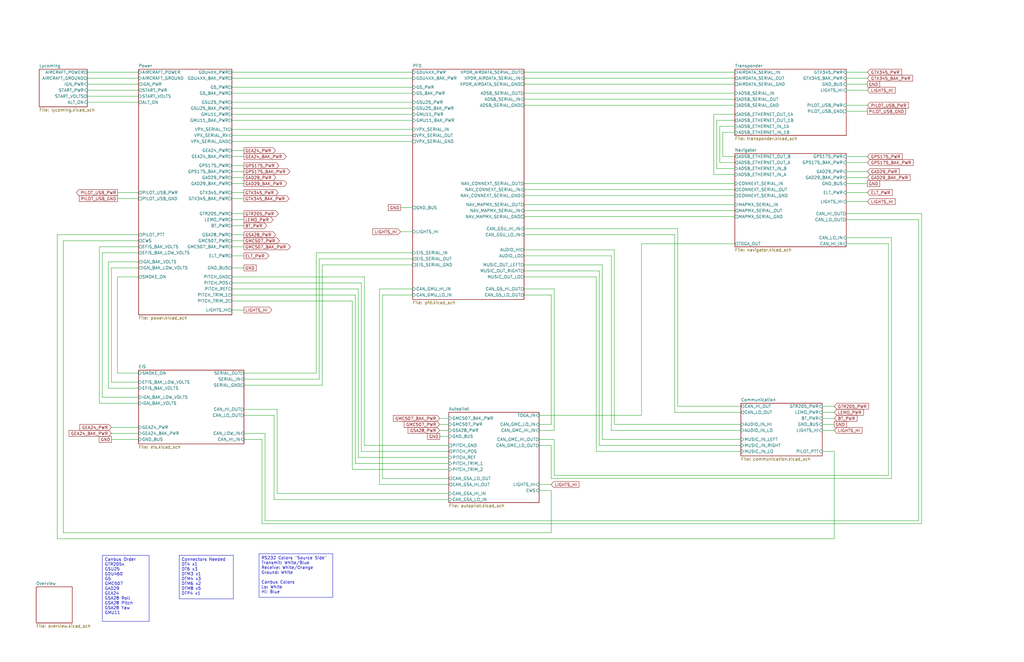
<source format=kicad_sch>
(kicad_sch
	(version 20250114)
	(generator "eeschema")
	(generator_version "9.0")
	(uuid "e8ec215a-dbe2-4eba-a577-e50a0a128049")
	(paper "B")
	(title_block
		(title "Electrical Overview")
		(date "2025-11-19")
		(rev "1.2.8")
		(company "N78HR")
	)
	(lib_symbols)
	(text_box "Canbus Order\nGTR205x\nGSU25\nGDU460\nG5\nGMC507\nGAD29\nGEA24\nGSA28 Roll\nGSA28 Pitch\nGSA28 Yaw\nGMU11"
		(exclude_from_sim no)
		(at 43.18 234.315 0)
		(size 19.685 27.94)
		(margins 0.9525 0.9525 0.9525 0.9525)
		(stroke
			(width 0)
			(type solid)
		)
		(fill
			(type none)
		)
		(effects
			(font
				(size 1.27 1.27)
			)
			(justify left top)
		)
		(uuid "02b7fa7a-cbf4-4f53-b240-3bd77a5b98f8")
	)
	(text_box "RS232 Colors \"Source Side\"\nTransmit: White/Blue\nReceive: White/Orange\nGround: White\n\nCanbus Colors\nLo: White\nHi: Blue"
		(exclude_from_sim no)
		(at 109.22 233.68 0)
		(size 31.115 18.415)
		(margins 0.9525 0.9525 0.9525 0.9525)
		(stroke
			(width 0)
			(type solid)
		)
		(fill
			(type none)
		)
		(effects
			(font
				(size 1.27 1.27)
			)
			(justify left top)
		)
		(uuid "f53bf9aa-7777-46bb-b1da-c08952a70bd5")
	)
	(text_box "Connectors Needed\nDT4 x1\nDT6 x3\nDTM3 x1\nDTM4 x3\nDTM6 x2\nDTM8 x5\nDTP4 x1"
		(exclude_from_sim no)
		(at 75.565 234.315 0)
		(size 22.86 18.415)
		(margins 0.9525 0.9525 0.9525 0.9525)
		(stroke
			(width 0)
			(type solid)
		)
		(fill
			(type none)
		)
		(effects
			(font
				(size 1.27 1.27)
			)
			(justify left top)
		)
		(uuid "f88c616b-47c1-400d-8030-953ddec52685")
	)
	(wire
		(pts
			(xy 220.98 44.45) (xy 309.88 44.45)
		)
		(stroke
			(width 0)
			(type default)
		)
		(uuid "010839ff-5677-453b-a739-cfc7fc10603d")
	)
	(wire
		(pts
			(xy 43.18 167.64) (xy 58.42 167.64)
		)
		(stroke
			(width 0)
			(type default)
		)
		(uuid "026775e0-6ed5-407c-94f1-8c6dc7b15f6e")
	)
	(wire
		(pts
			(xy 356.87 30.48) (xy 365.76 30.48)
		)
		(stroke
			(width 0)
			(type default)
		)
		(uuid "036355be-2e91-4ec8-a0f5-a41ef893d5f7")
	)
	(wire
		(pts
			(xy 111.76 219.71) (xy 111.76 182.88)
		)
		(stroke
			(width 0)
			(type default)
		)
		(uuid "0370af4e-11cc-4594-ba0c-a723f255c866")
	)
	(wire
		(pts
			(xy 233.68 181.61) (xy 227.33 181.61)
		)
		(stroke
			(width 0)
			(type default)
		)
		(uuid "0527d81b-14bc-45de-b43a-3495dae026f7")
	)
	(wire
		(pts
			(xy 254 185.42) (xy 312.42 185.42)
		)
		(stroke
			(width 0)
			(type default)
		)
		(uuid "06a52537-6930-431c-8975-dce0a0b7a8aa")
	)
	(wire
		(pts
			(xy 116.84 172.72) (xy 116.84 208.28)
		)
		(stroke
			(width 0)
			(type default)
		)
		(uuid "06b659ee-7882-4cc4-bee6-57c4c28d9900")
	)
	(wire
		(pts
			(xy 356.87 46.99) (xy 365.76 46.99)
		)
		(stroke
			(width 0)
			(type default)
		)
		(uuid "0738b5e2-2934-4734-9519-09b8f1632bc0")
	)
	(wire
		(pts
			(xy 97.79 101.6) (xy 102.87 101.6)
		)
		(stroke
			(width 0)
			(type default)
		)
		(uuid "09b784d5-5071-4166-8fec-341fb72c8236")
	)
	(wire
		(pts
			(xy 36.83 33.02) (xy 58.42 33.02)
		)
		(stroke
			(width 0)
			(type default)
		)
		(uuid "0a279342-e63a-4731-81f1-56438452b30a")
	)
	(wire
		(pts
			(xy 97.79 50.8) (xy 173.99 50.8)
		)
		(stroke
			(width 0)
			(type default)
		)
		(uuid "0bf95850-253c-4b8a-b524-efbf1e5831a6")
	)
	(wire
		(pts
			(xy 304.8 66.04) (xy 309.88 66.04)
		)
		(stroke
			(width 0)
			(type default)
		)
		(uuid "0cb5c730-5ba3-4700-91f2-9746152f593e")
	)
	(wire
		(pts
			(xy 97.79 30.48) (xy 173.99 30.48)
		)
		(stroke
			(width 0)
			(type default)
		)
		(uuid "0e3a141c-46c3-415f-87fb-9629b8c55e61")
	)
	(wire
		(pts
			(xy 251.46 116.84) (xy 251.46 190.5)
		)
		(stroke
			(width 0)
			(type default)
		)
		(uuid "0fde905b-e62f-4266-8c67-eaa36dec6d06")
	)
	(wire
		(pts
			(xy 185.42 181.61) (xy 189.23 181.61)
		)
		(stroke
			(width 0)
			(type default)
		)
		(uuid "0fe50401-9326-406c-9055-d263f6f08407")
	)
	(wire
		(pts
			(xy 102.87 160.02) (xy 134.62 160.02)
		)
		(stroke
			(width 0)
			(type default)
		)
		(uuid "10672dfc-a148-46c1-b4b5-55223dc814b6")
	)
	(wire
		(pts
			(xy 232.41 124.46) (xy 232.41 179.07)
		)
		(stroke
			(width 0)
			(type default)
		)
		(uuid "11850f4b-27cc-4822-b468-2db1d091c006")
	)
	(wire
		(pts
			(xy 97.79 48.26) (xy 173.99 48.26)
		)
		(stroke
			(width 0)
			(type default)
		)
		(uuid "11c27fb0-2a4c-4dd2-91f6-23b85866e075")
	)
	(wire
		(pts
			(xy 356.87 35.56) (xy 365.76 35.56)
		)
		(stroke
			(width 0)
			(type default)
		)
		(uuid "1268db6f-3c62-4a13-bca8-02ab0ec63354")
	)
	(wire
		(pts
			(xy 46.99 161.29) (xy 58.42 161.29)
		)
		(stroke
			(width 0)
			(type default)
		)
		(uuid "12b1bf01-1adb-4069-8ff5-55eeee5beb3f")
	)
	(wire
		(pts
			(xy 45.72 110.49) (xy 45.72 163.83)
		)
		(stroke
			(width 0)
			(type default)
		)
		(uuid "137ca642-9d96-4e92-a9a3-383eec8613ad")
	)
	(wire
		(pts
			(xy 300.99 73.66) (xy 309.88 73.66)
		)
		(stroke
			(width 0)
			(type default)
		)
		(uuid "143b7d94-f469-4aab-8d52-167db725951d")
	)
	(wire
		(pts
			(xy 97.79 116.84) (xy 153.67 116.84)
		)
		(stroke
			(width 0)
			(type default)
		)
		(uuid "15a1151a-e217-4ef1-8b74-e189318f6407")
	)
	(wire
		(pts
			(xy 257.81 181.61) (xy 312.42 181.61)
		)
		(stroke
			(width 0)
			(type default)
		)
		(uuid "18db7641-81b1-4c86-8f9b-b5fcbb2ffbe5")
	)
	(wire
		(pts
			(xy 346.71 176.53) (xy 351.79 176.53)
		)
		(stroke
			(width 0)
			(type default)
		)
		(uuid "18f13388-b072-44bb-8a99-32c4222937c3")
	)
	(wire
		(pts
			(xy 233.68 185.42) (xy 233.68 200.66)
		)
		(stroke
			(width 0)
			(type default)
		)
		(uuid "1a7fdb4b-ab9e-4a2b-a904-c7630f8d6a97")
	)
	(wire
		(pts
			(xy 304.8 55.88) (xy 304.8 66.04)
		)
		(stroke
			(width 0)
			(type default)
		)
		(uuid "1d12de4a-df5c-4d6f-84f9-e89d06a3dc73")
	)
	(wire
		(pts
			(xy 134.62 160.02) (xy 134.62 109.22)
		)
		(stroke
			(width 0)
			(type default)
		)
		(uuid "1dca1e6e-5f6f-4e79-aa7e-21168ac1d470")
	)
	(wire
		(pts
			(xy 232.41 179.07) (xy 227.33 179.07)
		)
		(stroke
			(width 0)
			(type default)
		)
		(uuid "1e854b00-5c97-41f9-9636-da1442eeaae2")
	)
	(wire
		(pts
			(xy 46.99 185.42) (xy 58.42 185.42)
		)
		(stroke
			(width 0)
			(type default)
		)
		(uuid "2094f142-43b4-4a53-99ec-b63c51994647")
	)
	(wire
		(pts
			(xy 356.87 44.45) (xy 365.76 44.45)
		)
		(stroke
			(width 0)
			(type default)
		)
		(uuid "21747c9c-2bbe-4949-94ca-33def86e7b2b")
	)
	(wire
		(pts
			(xy 97.79 83.82) (xy 102.87 83.82)
		)
		(stroke
			(width 0)
			(type default)
		)
		(uuid "22d1b770-4022-4e78-81ba-c4aeff135030")
	)
	(wire
		(pts
			(xy 41.91 170.18) (xy 58.42 170.18)
		)
		(stroke
			(width 0)
			(type default)
		)
		(uuid "23ffea6c-5c9d-4aca-b16f-4d8170efbd59")
	)
	(wire
		(pts
			(xy 232.41 224.79) (xy 232.41 207.01)
		)
		(stroke
			(width 0)
			(type default)
		)
		(uuid "2496ebb0-7ed8-4218-a9ce-7a5a8c0d24ac")
	)
	(wire
		(pts
			(xy 97.79 107.95) (xy 102.87 107.95)
		)
		(stroke
			(width 0)
			(type default)
		)
		(uuid "249cb58d-3758-44d7-bcc5-b81185689ab7")
	)
	(wire
		(pts
			(xy 152.4 119.38) (xy 152.4 190.5)
		)
		(stroke
			(width 0)
			(type default)
		)
		(uuid "27aca059-18d2-4883-ba78-b3092233015b")
	)
	(wire
		(pts
			(xy 97.79 99.06) (xy 102.87 99.06)
		)
		(stroke
			(width 0)
			(type default)
		)
		(uuid "27d80221-c037-4182-ab3a-3632cfd0811b")
	)
	(wire
		(pts
			(xy 97.79 74.93) (xy 102.87 74.93)
		)
		(stroke
			(width 0)
			(type default)
		)
		(uuid "283740cb-e05e-4039-9d37-a3ac19bf19ec")
	)
	(wire
		(pts
			(xy 102.87 162.56) (xy 135.89 162.56)
		)
		(stroke
			(width 0)
			(type default)
		)
		(uuid "28a34579-ce8a-4fe3-9270-90ec9f0fe152")
	)
	(wire
		(pts
			(xy 161.29 124.46) (xy 173.99 124.46)
		)
		(stroke
			(width 0)
			(type default)
		)
		(uuid "28dc2c24-8c9d-4588-9fd3-51ed86201ae8")
	)
	(wire
		(pts
			(xy 97.79 43.18) (xy 173.99 43.18)
		)
		(stroke
			(width 0)
			(type default)
		)
		(uuid "2915c9d5-88fe-4112-ab46-b3442a0f31fc")
	)
	(wire
		(pts
			(xy 148.59 198.12) (xy 189.23 198.12)
		)
		(stroke
			(width 0)
			(type default)
		)
		(uuid "295c13d9-f663-4cb9-95f2-e0068cec5024")
	)
	(wire
		(pts
			(xy 227.33 175.26) (xy 270.51 175.26)
		)
		(stroke
			(width 0)
			(type default)
		)
		(uuid "29a91c65-98d6-4d69-831e-3821627ca6f7")
	)
	(wire
		(pts
			(xy 346.71 181.61) (xy 351.79 181.61)
		)
		(stroke
			(width 0)
			(type default)
		)
		(uuid "2a34d4a3-86fb-484c-9957-2fe36bb57b98")
	)
	(wire
		(pts
			(xy 351.79 227.33) (xy 351.79 190.5)
		)
		(stroke
			(width 0)
			(type default)
		)
		(uuid "2baa5464-ed16-4dfc-9317-3ccaa8c139fa")
	)
	(wire
		(pts
			(xy 232.41 207.01) (xy 227.33 207.01)
		)
		(stroke
			(width 0)
			(type default)
		)
		(uuid "2baa99d0-6d0e-472e-bee5-34f7c1c58d5e")
	)
	(wire
		(pts
			(xy 46.99 113.03) (xy 46.99 161.29)
		)
		(stroke
			(width 0)
			(type default)
		)
		(uuid "2fcd8f7f-8973-4076-b101-2e860c27dcff")
	)
	(wire
		(pts
			(xy 220.98 96.52) (xy 285.75 96.52)
		)
		(stroke
			(width 0)
			(type default)
		)
		(uuid "30118b5d-3ff2-42d5-ac99-a9f3d0429f1d")
	)
	(wire
		(pts
			(xy 97.79 127) (xy 148.59 127)
		)
		(stroke
			(width 0)
			(type default)
		)
		(uuid "3032c70e-c8d5-4c20-bfbc-84e393ddc8f3")
	)
	(wire
		(pts
			(xy 97.79 63.5) (xy 102.87 63.5)
		)
		(stroke
			(width 0)
			(type default)
		)
		(uuid "303cd259-6a91-479b-ac90-c6a748a9b792")
	)
	(wire
		(pts
			(xy 97.79 77.47) (xy 102.87 77.47)
		)
		(stroke
			(width 0)
			(type default)
		)
		(uuid "33942ba9-ed40-4c30-8732-51e1a9027da6")
	)
	(wire
		(pts
			(xy 388.62 90.17) (xy 388.62 220.98)
		)
		(stroke
			(width 0)
			(type default)
		)
		(uuid "36ed9d07-3b89-4974-b19b-f1d1b60dff64")
	)
	(wire
		(pts
			(xy 24.13 99.06) (xy 24.13 227.33)
		)
		(stroke
			(width 0)
			(type default)
		)
		(uuid "37cd70dd-c8c3-45a5-82db-f3555b1a1714")
	)
	(wire
		(pts
			(xy 254 111.76) (xy 254 185.42)
		)
		(stroke
			(width 0)
			(type default)
		)
		(uuid "38c3ea83-20ad-40ab-ba28-85306f6ace6d")
	)
	(wire
		(pts
			(xy 356.87 90.17) (xy 388.62 90.17)
		)
		(stroke
			(width 0)
			(type default)
		)
		(uuid "3a60fe01-e92d-4d3c-9da2-0a9b2c8711ae")
	)
	(wire
		(pts
			(xy 356.87 77.47) (xy 365.76 77.47)
		)
		(stroke
			(width 0)
			(type default)
		)
		(uuid "3ae08ee4-009b-4075-86d7-eab19cb738a2")
	)
	(wire
		(pts
			(xy 185.42 179.07) (xy 189.23 179.07)
		)
		(stroke
			(width 0)
			(type default)
		)
		(uuid "3baa47f8-be1e-477f-9bc5-c7d6efa7007a")
	)
	(wire
		(pts
			(xy 36.83 43.18) (xy 58.42 43.18)
		)
		(stroke
			(width 0)
			(type default)
		)
		(uuid "3cb0b1bc-91af-4b1f-8ed6-053e28d4a777")
	)
	(wire
		(pts
			(xy 133.35 157.48) (xy 133.35 106.68)
		)
		(stroke
			(width 0)
			(type default)
		)
		(uuid "3cd07793-546b-4fd1-9742-a0e7ca4812e8")
	)
	(wire
		(pts
			(xy 134.62 109.22) (xy 173.99 109.22)
		)
		(stroke
			(width 0)
			(type default)
		)
		(uuid "3d83a5c4-c634-4fc2-b7a6-ee06b75b731f")
	)
	(wire
		(pts
			(xy 302.26 50.8) (xy 302.26 71.12)
		)
		(stroke
			(width 0)
			(type default)
		)
		(uuid "3dacec6f-f81e-4e99-bf4d-94d63032e23e")
	)
	(wire
		(pts
			(xy 356.87 66.04) (xy 365.76 66.04)
		)
		(stroke
			(width 0)
			(type default)
		)
		(uuid "3f417722-a238-4d26-ae97-5d840a9810ef")
	)
	(wire
		(pts
			(xy 58.42 101.6) (xy 26.67 101.6)
		)
		(stroke
			(width 0)
			(type default)
		)
		(uuid "40ab4288-880f-419b-8bb2-5d0ca5359a0c")
	)
	(wire
		(pts
			(xy 97.79 124.46) (xy 149.86 124.46)
		)
		(stroke
			(width 0)
			(type default)
		)
		(uuid "40db2f2c-ba85-49fa-bc3c-5cf5bab6b69c")
	)
	(wire
		(pts
			(xy 58.42 104.14) (xy 41.91 104.14)
		)
		(stroke
			(width 0)
			(type default)
		)
		(uuid "42a854f4-c227-4d6d-a64e-226942e280b7")
	)
	(wire
		(pts
			(xy 220.98 86.36) (xy 309.88 86.36)
		)
		(stroke
			(width 0)
			(type default)
		)
		(uuid "43b849da-0e79-4b20-93ae-dfdafb70bf6c")
	)
	(wire
		(pts
			(xy 135.89 162.56) (xy 135.89 111.76)
		)
		(stroke
			(width 0)
			(type default)
		)
		(uuid "464082b0-9d66-46fc-8179-e5285da4fae7")
	)
	(wire
		(pts
			(xy 189.23 204.47) (xy 160.02 204.47)
		)
		(stroke
			(width 0)
			(type default)
		)
		(uuid "4694ce1d-2782-471e-8757-e42ad97e19ce")
	)
	(wire
		(pts
			(xy 36.83 40.64) (xy 58.42 40.64)
		)
		(stroke
			(width 0)
			(type default)
		)
		(uuid "47b427a6-19db-4ad9-a4a2-6c5acf3156f7")
	)
	(wire
		(pts
			(xy 149.86 195.58) (xy 189.23 195.58)
		)
		(stroke
			(width 0)
			(type default)
		)
		(uuid "4a2dbce6-9c62-405b-b4b6-a9974d8ad3c9")
	)
	(wire
		(pts
			(xy 285.75 171.45) (xy 312.42 171.45)
		)
		(stroke
			(width 0)
			(type default)
		)
		(uuid "4b0a57a0-1ec2-41ec-b83d-87dd391c9e6d")
	)
	(wire
		(pts
			(xy 189.23 201.93) (xy 161.29 201.93)
		)
		(stroke
			(width 0)
			(type default)
		)
		(uuid "4b2131b6-99ef-4870-9d35-010c3ea125e1")
	)
	(wire
		(pts
			(xy 356.87 72.39) (xy 365.76 72.39)
		)
		(stroke
			(width 0)
			(type default)
		)
		(uuid "4bcbc7b8-7e23-443f-8ec6-76edbe080ada")
	)
	(wire
		(pts
			(xy 300.99 48.26) (xy 300.99 73.66)
		)
		(stroke
			(width 0)
			(type default)
		)
		(uuid "4f11e96e-efb5-44df-9d92-25b3863fda3b")
	)
	(wire
		(pts
			(xy 49.53 157.48) (xy 58.42 157.48)
		)
		(stroke
			(width 0)
			(type default)
		)
		(uuid "5081fc43-663a-45a8-b7b1-f61ffa5df448")
	)
	(wire
		(pts
			(xy 270.51 102.87) (xy 270.51 175.26)
		)
		(stroke
			(width 0)
			(type default)
		)
		(uuid "515a8144-d912-4fb4-8c89-1d06a2d81e49")
	)
	(wire
		(pts
			(xy 374.65 200.66) (xy 374.65 102.87)
		)
		(stroke
			(width 0)
			(type default)
		)
		(uuid "52b6a34f-4a6b-4ee2-843b-295e8742b146")
	)
	(wire
		(pts
			(xy 97.79 66.04) (xy 102.87 66.04)
		)
		(stroke
			(width 0)
			(type default)
		)
		(uuid "52bef093-3684-48d2-a23e-6213d81bcca2")
	)
	(wire
		(pts
			(xy 220.98 77.47) (xy 309.88 77.47)
		)
		(stroke
			(width 0)
			(type default)
		)
		(uuid "55b8fab3-d3d9-4009-b5f4-3be32fa3fef0")
	)
	(wire
		(pts
			(xy 220.98 39.37) (xy 309.88 39.37)
		)
		(stroke
			(width 0)
			(type default)
		)
		(uuid "55d23c5d-86e0-498f-978a-663030789c60")
	)
	(wire
		(pts
			(xy 153.67 116.84) (xy 153.67 187.96)
		)
		(stroke
			(width 0)
			(type default)
		)
		(uuid "567d6204-38c0-45ba-bd1c-44ace3d091b1")
	)
	(wire
		(pts
			(xy 102.87 175.26) (xy 115.57 175.26)
		)
		(stroke
			(width 0)
			(type default)
		)
		(uuid "57ff3e9c-ff7a-4880-b643-56de3e574037")
	)
	(wire
		(pts
			(xy 356.87 33.02) (xy 365.76 33.02)
		)
		(stroke
			(width 0)
			(type default)
		)
		(uuid "5856a67b-725f-4e82-b917-57cf5e560d5d")
	)
	(wire
		(pts
			(xy 58.42 113.03) (xy 46.99 113.03)
		)
		(stroke
			(width 0)
			(type default)
		)
		(uuid "59f474d4-9170-4c7e-83ca-0568b263cb8c")
	)
	(wire
		(pts
			(xy 151.13 121.92) (xy 151.13 193.04)
		)
		(stroke
			(width 0)
			(type default)
		)
		(uuid "5c18e6d4-bcd0-4259-a727-56c341d8425d")
	)
	(wire
		(pts
			(xy 45.72 163.83) (xy 58.42 163.83)
		)
		(stroke
			(width 0)
			(type default)
		)
		(uuid "5d999bb7-50f0-4977-996d-cae6428c3b99")
	)
	(wire
		(pts
			(xy 233.68 200.66) (xy 374.65 200.66)
		)
		(stroke
			(width 0)
			(type default)
		)
		(uuid "5f3c4ee7-1db8-4fda-a9e7-643e99981f32")
	)
	(wire
		(pts
			(xy 97.79 104.14) (xy 102.87 104.14)
		)
		(stroke
			(width 0)
			(type default)
		)
		(uuid "6065bc00-df83-45d6-9ce6-4c19c5b33ccd")
	)
	(wire
		(pts
			(xy 41.91 104.14) (xy 41.91 170.18)
		)
		(stroke
			(width 0)
			(type default)
		)
		(uuid "61278362-86e4-4348-9af7-58362bdf6a8a")
	)
	(wire
		(pts
			(xy 220.98 88.9) (xy 309.88 88.9)
		)
		(stroke
			(width 0)
			(type default)
		)
		(uuid "63d4453a-6f6c-4c76-bca0-eadcddac3c6f")
	)
	(wire
		(pts
			(xy 220.98 91.44) (xy 309.88 91.44)
		)
		(stroke
			(width 0)
			(type default)
		)
		(uuid "66285b94-d950-4849-87f1-9bec3daa899f")
	)
	(wire
		(pts
			(xy 387.35 219.71) (xy 111.76 219.71)
		)
		(stroke
			(width 0)
			(type default)
		)
		(uuid "66831f81-d2c3-4331-ba49-1bf029a27a4b")
	)
	(wire
		(pts
			(xy 149.86 124.46) (xy 149.86 195.58)
		)
		(stroke
			(width 0)
			(type default)
		)
		(uuid "674c3080-b3e5-4b1b-88fd-a5d06a0cd143")
	)
	(wire
		(pts
			(xy 356.87 74.93) (xy 365.76 74.93)
		)
		(stroke
			(width 0)
			(type default)
		)
		(uuid "6750c679-145f-473f-a9a8-93c6cec49078")
	)
	(wire
		(pts
			(xy 58.42 106.68) (xy 43.18 106.68)
		)
		(stroke
			(width 0)
			(type default)
		)
		(uuid "68d10155-bb92-4a18-aff9-451591971e67")
	)
	(wire
		(pts
			(xy 220.98 124.46) (xy 232.41 124.46)
		)
		(stroke
			(width 0)
			(type default)
		)
		(uuid "69a38b85-bbf4-4952-bff4-065e8d319a86")
	)
	(wire
		(pts
			(xy 309.88 53.34) (xy 303.53 53.34)
		)
		(stroke
			(width 0)
			(type default)
		)
		(uuid "6d6de8ac-0199-4a90-b381-d0a6c08c04cc")
	)
	(wire
		(pts
			(xy 285.75 96.52) (xy 285.75 171.45)
		)
		(stroke
			(width 0)
			(type default)
		)
		(uuid "6f3f5c2f-dc0f-4394-b616-36ebf62dc274")
	)
	(wire
		(pts
			(xy 227.33 185.42) (xy 233.68 185.42)
		)
		(stroke
			(width 0)
			(type default)
		)
		(uuid "6f5ccd50-0a93-4a2a-82a1-51c5a1b35aa8")
	)
	(wire
		(pts
			(xy 102.87 172.72) (xy 116.84 172.72)
		)
		(stroke
			(width 0)
			(type default)
		)
		(uuid "714a047e-6c65-443d-9f91-6ace4e873c20")
	)
	(wire
		(pts
			(xy 97.79 72.39) (xy 102.87 72.39)
		)
		(stroke
			(width 0)
			(type default)
		)
		(uuid "73a4b86f-462b-4d90-a919-28036f466e5a")
	)
	(wire
		(pts
			(xy 220.98 111.76) (xy 254 111.76)
		)
		(stroke
			(width 0)
			(type default)
		)
		(uuid "73f34cf2-72fd-4189-89d1-4effaf70ee45")
	)
	(wire
		(pts
			(xy 97.79 119.38) (xy 152.4 119.38)
		)
		(stroke
			(width 0)
			(type default)
		)
		(uuid "7547f3f8-a455-426c-985a-156173b8c729")
	)
	(wire
		(pts
			(xy 251.46 190.5) (xy 312.42 190.5)
		)
		(stroke
			(width 0)
			(type default)
		)
		(uuid "768d6735-5e59-4d48-8cd1-713fb9be9d3c")
	)
	(wire
		(pts
			(xy 220.98 35.56) (xy 309.88 35.56)
		)
		(stroke
			(width 0)
			(type default)
		)
		(uuid "78f7fe47-2067-4c03-92b2-975adce41266")
	)
	(wire
		(pts
			(xy 220.98 105.41) (xy 259.08 105.41)
		)
		(stroke
			(width 0)
			(type default)
		)
		(uuid "7af8e4b2-d1b6-460a-85d5-9ab0e4a04895")
	)
	(wire
		(pts
			(xy 148.59 127) (xy 148.59 198.12)
		)
		(stroke
			(width 0)
			(type default)
		)
		(uuid "7e518eba-d349-42b6-94ea-44f3eee03143")
	)
	(wire
		(pts
			(xy 185.42 176.53) (xy 189.23 176.53)
		)
		(stroke
			(width 0)
			(type default)
		)
		(uuid "7ef47bb5-8f9f-4a1a-b0f2-95d5e39b0247")
	)
	(wire
		(pts
			(xy 115.57 175.26) (xy 115.57 210.82)
		)
		(stroke
			(width 0)
			(type default)
		)
		(uuid "80768c67-b21f-4427-83ed-8adfcf0b95f9")
	)
	(wire
		(pts
			(xy 259.08 179.07) (xy 312.42 179.07)
		)
		(stroke
			(width 0)
			(type default)
		)
		(uuid "8174636e-c180-4b12-b69a-76af62cf13bd")
	)
	(wire
		(pts
			(xy 356.87 102.87) (xy 374.65 102.87)
		)
		(stroke
			(width 0)
			(type default)
		)
		(uuid "873bb671-9ceb-47ff-b581-5523b170d3ac")
	)
	(wire
		(pts
			(xy 252.73 187.96) (xy 312.42 187.96)
		)
		(stroke
			(width 0)
			(type default)
		)
		(uuid "874a4352-71c3-4264-981a-3efc997f89b0")
	)
	(wire
		(pts
			(xy 97.79 59.69) (xy 173.99 59.69)
		)
		(stroke
			(width 0)
			(type default)
		)
		(uuid "88ceb156-1e79-42c0-a14e-968e42baf048")
	)
	(wire
		(pts
			(xy 110.49 220.98) (xy 110.49 185.42)
		)
		(stroke
			(width 0)
			(type default)
		)
		(uuid "8a2d0ba6-b31e-44e8-941c-1f0666326524")
	)
	(wire
		(pts
			(xy 233.68 121.92) (xy 233.68 181.61)
		)
		(stroke
			(width 0)
			(type default)
		)
		(uuid "8b951f2c-76dd-4f9e-8490-71d5a502ea14")
	)
	(wire
		(pts
			(xy 151.13 193.04) (xy 189.23 193.04)
		)
		(stroke
			(width 0)
			(type default)
		)
		(uuid "8c82b8ce-da5e-4a3f-be80-c10412294713")
	)
	(wire
		(pts
			(xy 387.35 92.71) (xy 387.35 219.71)
		)
		(stroke
			(width 0)
			(type default)
		)
		(uuid "8d8d56eb-7338-4e33-b1fb-8c3171fe16bd")
	)
	(wire
		(pts
			(xy 97.79 54.61) (xy 173.99 54.61)
		)
		(stroke
			(width 0)
			(type default)
		)
		(uuid "8de6d365-2ce2-4adb-9ba9-167b6b9342b7")
	)
	(wire
		(pts
			(xy 309.88 48.26) (xy 300.99 48.26)
		)
		(stroke
			(width 0)
			(type default)
		)
		(uuid "9313afa4-aff1-48bd-a399-94495dee5038")
	)
	(wire
		(pts
			(xy 302.26 71.12) (xy 309.88 71.12)
		)
		(stroke
			(width 0)
			(type default)
		)
		(uuid "953ce16d-b456-4f15-96a1-68de5275ddf8")
	)
	(wire
		(pts
			(xy 232.41 187.96) (xy 232.41 201.93)
		)
		(stroke
			(width 0)
			(type default)
		)
		(uuid "9798f052-fe86-4565-91b8-ee0120340091")
	)
	(wire
		(pts
			(xy 220.98 80.01) (xy 309.88 80.01)
		)
		(stroke
			(width 0)
			(type default)
		)
		(uuid "98794202-a72d-4984-a7a4-f8464b9d5932")
	)
	(wire
		(pts
			(xy 303.53 68.58) (xy 309.88 68.58)
		)
		(stroke
			(width 0)
			(type default)
		)
		(uuid "9897813c-680c-481d-962a-6597a84c6ed7")
	)
	(wire
		(pts
			(xy 58.42 110.49) (xy 45.72 110.49)
		)
		(stroke
			(width 0)
			(type default)
		)
		(uuid "98c181aa-7bed-4e6a-a6f3-f7dd5c0dc2be")
	)
	(wire
		(pts
			(xy 97.79 121.92) (xy 151.13 121.92)
		)
		(stroke
			(width 0)
			(type default)
		)
		(uuid "98d4eb66-7a67-4b9f-9b8f-98f6da35026f")
	)
	(wire
		(pts
			(xy 259.08 105.41) (xy 259.08 179.07)
		)
		(stroke
			(width 0)
			(type default)
		)
		(uuid "99e7a16e-504c-40fb-8de0-a1f694fb64a9")
	)
	(wire
		(pts
			(xy 168.91 97.79) (xy 173.99 97.79)
		)
		(stroke
			(width 0)
			(type default)
		)
		(uuid "9c100699-4bb7-4dbd-8cf2-dc62a3ea3fe8")
	)
	(wire
		(pts
			(xy 220.98 99.06) (xy 284.48 99.06)
		)
		(stroke
			(width 0)
			(type default)
		)
		(uuid "9d53c84b-4e3b-473e-9616-80a362ad41e8")
	)
	(wire
		(pts
			(xy 49.53 81.28) (xy 58.42 81.28)
		)
		(stroke
			(width 0)
			(type default)
		)
		(uuid "9e5a3b2a-7404-4308-8120-ddc0d7c5d211")
	)
	(wire
		(pts
			(xy 257.81 107.95) (xy 257.81 181.61)
		)
		(stroke
			(width 0)
			(type default)
		)
		(uuid "9f063842-9f08-4f9d-8256-0e65a88f2548")
	)
	(wire
		(pts
			(xy 26.67 101.6) (xy 26.67 224.79)
		)
		(stroke
			(width 0)
			(type default)
		)
		(uuid "9f494866-7ceb-47f5-9440-b81f3cce2e63")
	)
	(wire
		(pts
			(xy 97.79 90.17) (xy 102.87 90.17)
		)
		(stroke
			(width 0)
			(type default)
		)
		(uuid "9f55dca0-61df-4173-93ef-b9aa82e850b5")
	)
	(wire
		(pts
			(xy 153.67 187.96) (xy 189.23 187.96)
		)
		(stroke
			(width 0)
			(type default)
		)
		(uuid "9ffd65e8-e811-4aa8-8154-9c447467bbcb")
	)
	(wire
		(pts
			(xy 160.02 204.47) (xy 160.02 121.92)
		)
		(stroke
			(width 0)
			(type default)
		)
		(uuid "a0b97331-4631-48ed-a95d-79d2aba4ec0b")
	)
	(wire
		(pts
			(xy 309.88 55.88) (xy 304.8 55.88)
		)
		(stroke
			(width 0)
			(type default)
		)
		(uuid "a15074fc-b36f-4051-a5f4-de8822b3c6c1")
	)
	(wire
		(pts
			(xy 26.67 224.79) (xy 232.41 224.79)
		)
		(stroke
			(width 0)
			(type default)
		)
		(uuid "a19c0c98-b71a-449f-9164-7d5e8b0af34d")
	)
	(wire
		(pts
			(xy 356.87 68.58) (xy 365.76 68.58)
		)
		(stroke
			(width 0)
			(type default)
		)
		(uuid "a4b84c2f-b869-4744-99af-4a45b10695f3")
	)
	(wire
		(pts
			(xy 227.33 204.47) (xy 232.41 204.47)
		)
		(stroke
			(width 0)
			(type default)
		)
		(uuid "a7a1e8f7-a81c-4deb-aab2-391ca4b1d221")
	)
	(wire
		(pts
			(xy 220.98 107.95) (xy 257.81 107.95)
		)
		(stroke
			(width 0)
			(type default)
		)
		(uuid "a838a0f6-0f3e-4f1c-95f4-a5996592d423")
	)
	(wire
		(pts
			(xy 227.33 187.96) (xy 232.41 187.96)
		)
		(stroke
			(width 0)
			(type default)
		)
		(uuid "aaea6f2a-784a-4c3e-8f8a-aac2794470ee")
	)
	(wire
		(pts
			(xy 49.53 116.84) (xy 49.53 157.48)
		)
		(stroke
			(width 0)
			(type default)
		)
		(uuid "ac166492-d28c-4387-bbbc-60b9a2ef1704")
	)
	(wire
		(pts
			(xy 232.41 201.93) (xy 375.92 201.93)
		)
		(stroke
			(width 0)
			(type default)
		)
		(uuid "acd76af0-0575-4ba1-921e-cca8f9a41e0a")
	)
	(wire
		(pts
			(xy 58.42 116.84) (xy 49.53 116.84)
		)
		(stroke
			(width 0)
			(type default)
		)
		(uuid "ad26f121-084d-490b-ac68-522cfd7f4574")
	)
	(wire
		(pts
			(xy 220.98 114.3) (xy 252.73 114.3)
		)
		(stroke
			(width 0)
			(type default)
		)
		(uuid "b2b3acc7-05fe-41a1-9780-0aada8b257c9")
	)
	(wire
		(pts
			(xy 36.83 38.1) (xy 58.42 38.1)
		)
		(stroke
			(width 0)
			(type default)
		)
		(uuid "b3edb2a7-b952-45af-a08c-00edc6b0e671")
	)
	(wire
		(pts
			(xy 97.79 113.03) (xy 102.87 113.03)
		)
		(stroke
			(width 0)
			(type default)
		)
		(uuid "b44e704d-21ea-49f7-bfed-38f960b247e7")
	)
	(wire
		(pts
			(xy 24.13 227.33) (xy 351.79 227.33)
		)
		(stroke
			(width 0)
			(type default)
		)
		(uuid "b593964a-045b-4ad8-b0bd-e7abafe17fab")
	)
	(wire
		(pts
			(xy 351.79 190.5) (xy 346.71 190.5)
		)
		(stroke
			(width 0)
			(type default)
		)
		(uuid "b880b15c-beb4-4328-adbc-15f1750b6e3c")
	)
	(wire
		(pts
			(xy 49.53 83.82) (xy 58.42 83.82)
		)
		(stroke
			(width 0)
			(type default)
		)
		(uuid "b9493985-0f38-4cc1-9620-868fe801dbc5")
	)
	(wire
		(pts
			(xy 284.48 99.06) (xy 284.48 173.99)
		)
		(stroke
			(width 0)
			(type default)
		)
		(uuid "b97569f8-9bfa-4243-8dce-3e5165f9f450")
	)
	(wire
		(pts
			(xy 97.79 130.81) (xy 102.87 130.81)
		)
		(stroke
			(width 0)
			(type default)
		)
		(uuid "bb98748b-4032-437d-8653-92ab2166e351")
	)
	(wire
		(pts
			(xy 303.53 53.34) (xy 303.53 68.58)
		)
		(stroke
			(width 0)
			(type default)
		)
		(uuid "bd9fcd42-ed37-411d-9e73-519129cda26f")
	)
	(wire
		(pts
			(xy 97.79 36.83) (xy 173.99 36.83)
		)
		(stroke
			(width 0)
			(type default)
		)
		(uuid "c0deda5f-63c0-42c6-9f27-1c706a851d1d")
	)
	(wire
		(pts
			(xy 220.98 121.92) (xy 233.68 121.92)
		)
		(stroke
			(width 0)
			(type default)
		)
		(uuid "c24277df-a5c6-4e29-a7d8-6c18a2b98086")
	)
	(wire
		(pts
			(xy 115.57 210.82) (xy 189.23 210.82)
		)
		(stroke
			(width 0)
			(type default)
		)
		(uuid "c280a303-ec47-4c2e-8752-ddf419550ad9")
	)
	(wire
		(pts
			(xy 375.92 201.93) (xy 375.92 100.33)
		)
		(stroke
			(width 0)
			(type default)
		)
		(uuid "c2859b62-da4f-468a-ae7a-3ffc7e96d8ab")
	)
	(wire
		(pts
			(xy 152.4 190.5) (xy 189.23 190.5)
		)
		(stroke
			(width 0)
			(type default)
		)
		(uuid "c2e9bd16-ff9c-45e2-a399-fbd35d5dc30a")
	)
	(wire
		(pts
			(xy 97.79 69.85) (xy 102.87 69.85)
		)
		(stroke
			(width 0)
			(type default)
		)
		(uuid "c4b7b8b8-cc49-4457-be27-5c25362cd053")
	)
	(wire
		(pts
			(xy 97.79 95.25) (xy 102.87 95.25)
		)
		(stroke
			(width 0)
			(type default)
		)
		(uuid "c513fcba-ed2f-451b-ae8f-d3c8b709ca98")
	)
	(wire
		(pts
			(xy 220.98 82.55) (xy 309.88 82.55)
		)
		(stroke
			(width 0)
			(type default)
		)
		(uuid "c6b27165-5076-4a53-99ce-b346c9623506")
	)
	(wire
		(pts
			(xy 284.48 173.99) (xy 312.42 173.99)
		)
		(stroke
			(width 0)
			(type default)
		)
		(uuid "c8a83c0b-e037-47da-9448-3083eae12e13")
	)
	(wire
		(pts
			(xy 252.73 114.3) (xy 252.73 187.96)
		)
		(stroke
			(width 0)
			(type default)
		)
		(uuid "c97aea9e-e751-4338-8677-387c1ea67252")
	)
	(wire
		(pts
			(xy 161.29 201.93) (xy 161.29 124.46)
		)
		(stroke
			(width 0)
			(type default)
		)
		(uuid "c9c49f9d-f2bc-46e7-a24e-58725c783f92")
	)
	(wire
		(pts
			(xy 346.71 171.45) (xy 351.79 171.45)
		)
		(stroke
			(width 0)
			(type default)
		)
		(uuid "c9cc6d13-5fc6-4e20-8419-ad2603bf9c53")
	)
	(wire
		(pts
			(xy 102.87 157.48) (xy 133.35 157.48)
		)
		(stroke
			(width 0)
			(type default)
		)
		(uuid "ca148ca8-1d9b-4b8b-8115-ddc7eecb9ab7")
	)
	(wire
		(pts
			(xy 220.98 30.48) (xy 309.88 30.48)
		)
		(stroke
			(width 0)
			(type default)
		)
		(uuid "ca4a3b3d-46ed-4d48-87dc-246a582e16d7")
	)
	(wire
		(pts
			(xy 97.79 92.71) (xy 102.87 92.71)
		)
		(stroke
			(width 0)
			(type default)
		)
		(uuid "cbb5661d-5c11-4c53-b7ff-4d8704152bd6")
	)
	(wire
		(pts
			(xy 309.88 50.8) (xy 302.26 50.8)
		)
		(stroke
			(width 0)
			(type default)
		)
		(uuid "cbe5c7c8-f9cf-42e8-8a08-deca69e573f5")
	)
	(wire
		(pts
			(xy 185.42 184.15) (xy 189.23 184.15)
		)
		(stroke
			(width 0)
			(type default)
		)
		(uuid "ccc7a43d-929b-4a22-bbfd-df0a908462a7")
	)
	(wire
		(pts
			(xy 356.87 81.28) (xy 365.76 81.28)
		)
		(stroke
			(width 0)
			(type default)
		)
		(uuid "d08d2146-a48b-4fc4-ba0c-6dbfed6f67cc")
	)
	(wire
		(pts
			(xy 135.89 111.76) (xy 173.99 111.76)
		)
		(stroke
			(width 0)
			(type default)
		)
		(uuid "d1745cbe-0f38-4449-bdfa-0010f56156ed")
	)
	(wire
		(pts
			(xy 356.87 85.09) (xy 365.76 85.09)
		)
		(stroke
			(width 0)
			(type default)
		)
		(uuid "d247752c-8eae-4891-a057-d9818ed36ba9")
	)
	(wire
		(pts
			(xy 97.79 57.15) (xy 173.99 57.15)
		)
		(stroke
			(width 0)
			(type default)
		)
		(uuid "d6085519-763f-49e7-b3cd-ab35e0b0a18d")
	)
	(wire
		(pts
			(xy 388.62 220.98) (xy 110.49 220.98)
		)
		(stroke
			(width 0)
			(type default)
		)
		(uuid "d75d6332-4a59-4500-a53f-dea277fac84b")
	)
	(wire
		(pts
			(xy 97.79 45.72) (xy 173.99 45.72)
		)
		(stroke
			(width 0)
			(type default)
		)
		(uuid "d84bfb0a-ea0a-430c-92c2-d204616d5636")
	)
	(wire
		(pts
			(xy 356.87 38.1) (xy 365.76 38.1)
		)
		(stroke
			(width 0)
			(type default)
		)
		(uuid "da628397-6a0c-4115-af93-1570ee2dc286")
	)
	(wire
		(pts
			(xy 36.83 35.56) (xy 58.42 35.56)
		)
		(stroke
			(width 0)
			(type default)
		)
		(uuid "dacef39d-3e51-4de6-aa05-def45f91860d")
	)
	(wire
		(pts
			(xy 97.79 39.37) (xy 173.99 39.37)
		)
		(stroke
			(width 0)
			(type default)
		)
		(uuid "db6010df-3c5d-4c3e-afa0-95a7c7fc9f89")
	)
	(wire
		(pts
			(xy 97.79 33.02) (xy 173.99 33.02)
		)
		(stroke
			(width 0)
			(type default)
		)
		(uuid "dc191c2a-2b14-4fcf-8b68-91e44d86e2eb")
	)
	(wire
		(pts
			(xy 346.71 179.07) (xy 351.79 179.07)
		)
		(stroke
			(width 0)
			(type default)
		)
		(uuid "e4123dd2-5eee-4fc1-91a1-94be8e7b3a36")
	)
	(wire
		(pts
			(xy 375.92 100.33) (xy 356.87 100.33)
		)
		(stroke
			(width 0)
			(type default)
		)
		(uuid "e9e8dcf9-a3e0-4705-b42e-698f5010ed3a")
	)
	(wire
		(pts
			(xy 133.35 106.68) (xy 173.99 106.68)
		)
		(stroke
			(width 0)
			(type default)
		)
		(uuid "e9faae13-ac99-4326-9daf-58f45bb716a3")
	)
	(wire
		(pts
			(xy 43.18 106.68) (xy 43.18 167.64)
		)
		(stroke
			(width 0)
			(type default)
		)
		(uuid "eaadf8cf-f408-4a9f-a658-d88628dd004b")
	)
	(wire
		(pts
			(xy 46.99 182.88) (xy 58.42 182.88)
		)
		(stroke
			(width 0)
			(type default)
		)
		(uuid "ecbd6165-0726-4304-8726-ea176344cb4f")
	)
	(wire
		(pts
			(xy 97.79 81.28) (xy 102.87 81.28)
		)
		(stroke
			(width 0)
			(type default)
		)
		(uuid "edaf5a95-2798-4b07-92be-2d7128d808ce")
	)
	(wire
		(pts
			(xy 36.83 30.48) (xy 58.42 30.48)
		)
		(stroke
			(width 0)
			(type default)
		)
		(uuid "eee3b008-f560-4578-9983-11fe02bfdbc4")
	)
	(wire
		(pts
			(xy 309.88 102.87) (xy 270.51 102.87)
		)
		(stroke
			(width 0)
			(type default)
		)
		(uuid "ef534d3d-63d7-41f4-83d7-f4ea948700c1")
	)
	(wire
		(pts
			(xy 168.91 87.63) (xy 173.99 87.63)
		)
		(stroke
			(width 0)
			(type default)
		)
		(uuid "efbbdb90-72b6-4906-9c0c-8134598bb957")
	)
	(wire
		(pts
			(xy 356.87 92.71) (xy 387.35 92.71)
		)
		(stroke
			(width 0)
			(type default)
		)
		(uuid "f05a6826-edbb-4106-809c-676b9725bffb")
	)
	(wire
		(pts
			(xy 116.84 208.28) (xy 189.23 208.28)
		)
		(stroke
			(width 0)
			(type default)
		)
		(uuid "f1c2c19d-d3c6-4313-ba91-756c659a5caf")
	)
	(wire
		(pts
			(xy 111.76 182.88) (xy 102.87 182.88)
		)
		(stroke
			(width 0)
			(type default)
		)
		(uuid "f4a1ca15-248a-4df5-bf04-cc449b060e30")
	)
	(wire
		(pts
			(xy 220.98 41.91) (xy 309.88 41.91)
		)
		(stroke
			(width 0)
			(type default)
		)
		(uuid "f5260538-9170-4ca6-a4d4-2a2fa75cdf48")
	)
	(wire
		(pts
			(xy 46.99 180.34) (xy 58.42 180.34)
		)
		(stroke
			(width 0)
			(type default)
		)
		(uuid "f83bf8ba-fd20-4973-ad0d-0112751b196a")
	)
	(wire
		(pts
			(xy 58.42 99.06) (xy 24.13 99.06)
		)
		(stroke
			(width 0)
			(type default)
		)
		(uuid "f84fc921-daee-4b1a-ac99-1d26ecfd5005")
	)
	(wire
		(pts
			(xy 220.98 116.84) (xy 251.46 116.84)
		)
		(stroke
			(width 0)
			(type default)
		)
		(uuid "fb8de32c-8c08-4f43-a599-bf0a930e8542")
	)
	(wire
		(pts
			(xy 110.49 185.42) (xy 102.87 185.42)
		)
		(stroke
			(width 0)
			(type default)
		)
		(uuid "fbeb2205-8463-4c9e-a57f-cdb052465cc7")
	)
	(wire
		(pts
			(xy 160.02 121.92) (xy 173.99 121.92)
		)
		(stroke
			(width 0)
			(type default)
		)
		(uuid "fd2d0e9d-92d0-47c1-9b53-728605c88ca6")
	)
	(wire
		(pts
			(xy 220.98 33.02) (xy 309.88 33.02)
		)
		(stroke
			(width 0)
			(type default)
		)
		(uuid "fdbf9623-4073-4f84-8a64-4721bfc7f391")
	)
	(wire
		(pts
			(xy 346.71 173.99) (xy 351.79 173.99)
		)
		(stroke
			(width 0)
			(type default)
		)
		(uuid "ff2139dc-e6da-408e-86bb-5fe27c401dc4")
	)
	(global_label "GAD29_PWR"
		(shape output)
		(at 102.87 74.93 0)
		(fields_autoplaced yes)
		(effects
			(font
				(size 1.27 1.27)
			)
			(justify left)
		)
		(uuid "259323d6-4eaa-4a9d-ba1e-9582895ae0c3")
		(property "Intersheetrefs" "${INTERSHEET_REFS}"
			(at 116.8618 74.93 0)
			(effects
				(font
					(size 1.27 1.27)
				)
				(justify left)
				(hide yes)
			)
		)
	)
	(global_label "LIGHTS_HI"
		(shape input)
		(at 232.41 204.47 0)
		(fields_autoplaced yes)
		(effects
			(font
				(size 1.27 1.27)
			)
			(justify left)
		)
		(uuid "3082b26e-d33e-4cda-93e1-e9b054eba860")
		(property "Intersheetrefs" "${INTERSHEET_REFS}"
			(at 244.7086 204.47 0)
			(effects
				(font
					(size 1.27 1.27)
				)
				(justify left)
				(hide yes)
			)
		)
	)
	(global_label "GAD29_PWR"
		(shape input)
		(at 365.76 72.39 0)
		(fields_autoplaced yes)
		(effects
			(font
				(size 1.27 1.27)
			)
			(justify left)
		)
		(uuid "43f61aeb-b84a-48da-91c0-b00dffe7c15a")
		(property "Intersheetrefs" "${INTERSHEET_REFS}"
			(at 379.7518 72.39 0)
			(effects
				(font
					(size 1.27 1.27)
				)
				(justify left)
				(hide yes)
			)
		)
	)
	(global_label "GND"
		(shape passive)
		(at 365.76 77.47 0)
		(fields_autoplaced yes)
		(effects
			(font
				(size 1.27 1.27)
			)
			(justify left)
		)
		(uuid "44d7506f-fa0f-498c-a5a3-b642ee4f81fb")
		(property "Intersheetrefs" "${INTERSHEET_REFS}"
			(at 371.5044 77.47 0)
			(effects
				(font
					(size 1.27 1.27)
				)
				(justify left)
				(hide yes)
			)
		)
	)
	(global_label "GEA24_PWR"
		(shape input)
		(at 46.99 180.34 180)
		(fields_autoplaced yes)
		(effects
			(font
				(size 1.27 1.27)
			)
			(justify right)
		)
		(uuid "47c79859-e042-440b-a1a3-a6e5daf96eac")
		(property "Intersheetrefs" "${INTERSHEET_REFS}"
			(at 33.1192 180.34 0)
			(effects
				(font
					(size 1.27 1.27)
				)
				(justify right)
				(hide yes)
			)
		)
	)
	(global_label "PILOT_USB_GND"
		(shape passive)
		(at 49.53 83.82 180)
		(fields_autoplaced yes)
		(effects
			(font
				(size 1.27 1.27)
			)
			(justify right)
		)
		(uuid "4fa2ec8d-d580-46fb-9b3c-c3097e862d95")
		(property "Intersheetrefs" "${INTERSHEET_REFS}"
			(at 32.8394 83.82 0)
			(effects
				(font
					(size 1.27 1.27)
				)
				(justify right)
				(hide yes)
			)
		)
	)
	(global_label "GTX345_BAK_PWR"
		(shape input)
		(at 365.76 33.02 0)
		(fields_autoplaced yes)
		(effects
			(font
				(size 1.27 1.27)
			)
			(justify left)
		)
		(uuid "6753d362-8e7f-495a-8a8d-94fa23f51475")
		(property "Intersheetrefs" "${INTERSHEET_REFS}"
			(at 385.376 33.02 0)
			(effects
				(font
					(size 1.27 1.27)
				)
				(justify left)
				(hide yes)
			)
		)
	)
	(global_label "GND"
		(shape passive)
		(at 102.87 113.03 0)
		(fields_autoplaced yes)
		(effects
			(font
				(size 1.27 1.27)
			)
			(justify left)
		)
		(uuid "67ee5a67-75e7-4b01-ad93-03a36c26506b")
		(property "Intersheetrefs" "${INTERSHEET_REFS}"
			(at 108.6144 113.03 0)
			(effects
				(font
					(size 1.27 1.27)
				)
				(justify left)
				(hide yes)
			)
		)
	)
	(global_label "GAD29_BAK_PWR"
		(shape output)
		(at 102.87 77.47 0)
		(fields_autoplaced yes)
		(effects
			(font
				(size 1.27 1.27)
			)
			(justify left)
		)
		(uuid "68387b8e-e461-4b6c-b06c-b13a27b4cf89")
		(property "Intersheetrefs" "${INTERSHEET_REFS}"
			(at 121.458 77.47 0)
			(effects
				(font
					(size 1.27 1.27)
				)
				(justify left)
				(hide yes)
			)
		)
	)
	(global_label "GND"
		(shape passive)
		(at 46.99 185.42 180)
		(fields_autoplaced yes)
		(effects
			(font
				(size 1.27 1.27)
			)
			(justify right)
		)
		(uuid "6b18f1d7-9728-42e4-8d3d-73cc5618520a")
		(property "Intersheetrefs" "${INTERSHEET_REFS}"
			(at 41.2456 185.42 0)
			(effects
				(font
					(size 1.27 1.27)
				)
				(justify right)
				(hide yes)
			)
		)
	)
	(global_label "GMC507_BAK_PWR"
		(shape input)
		(at 185.42 176.53 180)
		(fields_autoplaced yes)
		(effects
			(font
				(size 1.27 1.27)
			)
			(justify right)
		)
		(uuid "71e076c9-d2b7-4627-92de-855c6b08e2c0")
		(property "Intersheetrefs" "${INTERSHEET_REFS}"
			(at 165.2597 176.53 0)
			(effects
				(font
					(size 1.27 1.27)
				)
				(justify right)
				(hide yes)
			)
		)
	)
	(global_label "BT_PWR"
		(shape input)
		(at 351.79 176.53 0)
		(fields_autoplaced yes)
		(effects
			(font
				(size 1.27 1.27)
			)
			(justify left)
		)
		(uuid "729fb419-1d24-4a3f-98cc-f68db85a384c")
		(property "Intersheetrefs" "${INTERSHEET_REFS}"
			(at 361.9718 176.53 0)
			(effects
				(font
					(size 1.27 1.27)
				)
				(justify left)
				(hide yes)
			)
		)
	)
	(global_label "GTX345_BAK_PWR"
		(shape output)
		(at 102.87 83.82 0)
		(fields_autoplaced yes)
		(effects
			(font
				(size 1.27 1.27)
			)
			(justify left)
		)
		(uuid "76005fb0-9d6e-4277-be03-8ca68543a07d")
		(property "Intersheetrefs" "${INTERSHEET_REFS}"
			(at 122.486 83.82 0)
			(effects
				(font
					(size 1.27 1.27)
				)
				(justify left)
				(hide yes)
			)
		)
	)
	(global_label "ELT_PWR"
		(shape input)
		(at 365.76 81.28 0)
		(fields_autoplaced yes)
		(effects
			(font
				(size 1.27 1.27)
			)
			(justify left)
		)
		(uuid "7a6e5c9b-3641-4479-b532-350e66a5f490")
		(property "Intersheetrefs" "${INTERSHEET_REFS}"
			(at 376.8489 81.28 0)
			(effects
				(font
					(size 1.27 1.27)
				)
				(justify left)
				(hide yes)
			)
		)
	)
	(global_label "LIGHTS_HI"
		(shape input)
		(at 365.76 85.09 0)
		(fields_autoplaced yes)
		(effects
			(font
				(size 1.27 1.27)
			)
			(justify left)
		)
		(uuid "7ec17d1b-ac66-46f3-9a07-c2de2a28fe11")
		(property "Intersheetrefs" "${INTERSHEET_REFS}"
			(at 378.0586 85.09 0)
			(effects
				(font
					(size 1.27 1.27)
				)
				(justify left)
				(hide yes)
			)
		)
	)
	(global_label "LIGHTS_HI"
		(shape input)
		(at 168.91 97.79 180)
		(fields_autoplaced yes)
		(effects
			(font
				(size 1.27 1.27)
			)
			(justify right)
		)
		(uuid "7ec7b051-4b07-4f4d-93a0-1a04e7d2421c")
		(property "Intersheetrefs" "${INTERSHEET_REFS}"
			(at 156.6114 97.79 0)
			(effects
				(font
					(size 1.27 1.27)
				)
				(justify right)
				(hide yes)
			)
		)
	)
	(global_label "LIGHTS_HI"
		(shape input)
		(at 365.76 38.1 0)
		(fields_autoplaced yes)
		(effects
			(font
				(size 1.27 1.27)
			)
			(justify left)
		)
		(uuid "806052fd-e047-4faa-87e5-5c08e0528d38")
		(property "Intersheetrefs" "${INTERSHEET_REFS}"
			(at 378.0586 38.1 0)
			(effects
				(font
					(size 1.27 1.27)
				)
				(justify left)
				(hide yes)
			)
		)
	)
	(global_label "GPS175_BAK_PWR"
		(shape input)
		(at 365.76 68.58 0)
		(fields_autoplaced yes)
		(effects
			(font
				(size 1.27 1.27)
			)
			(justify left)
		)
		(uuid "8062f0ea-fb24-494e-bc54-7691e384c0e7")
		(property "Intersheetrefs" "${INTERSHEET_REFS}"
			(at 385.6784 68.58 0)
			(effects
				(font
					(size 1.27 1.27)
				)
				(justify left)
				(hide yes)
			)
		)
	)
	(global_label "LIGHTS_HI"
		(shape output)
		(at 102.87 130.81 0)
		(fields_autoplaced yes)
		(effects
			(font
				(size 1.27 1.27)
			)
			(justify left)
		)
		(uuid "84139daf-9b3a-4f4b-a81a-e780772df705")
		(property "Intersheetrefs" "${INTERSHEET_REFS}"
			(at 115.1686 130.81 0)
			(effects
				(font
					(size 1.27 1.27)
				)
				(justify left)
				(hide yes)
			)
		)
	)
	(global_label "GSA28_PWR"
		(shape output)
		(at 102.87 99.06 0)
		(fields_autoplaced yes)
		(effects
			(font
				(size 1.27 1.27)
			)
			(justify left)
		)
		(uuid "84ede9cd-2d13-4f2a-bc05-4312b1c160f8")
		(property "Intersheetrefs" "${INTERSHEET_REFS}"
			(at 116.8013 99.06 0)
			(effects
				(font
					(size 1.27 1.27)
				)
				(justify left)
				(hide yes)
			)
		)
	)
	(global_label "GEA24_PWR"
		(shape output)
		(at 102.87 63.5 0)
		(fields_autoplaced yes)
		(effects
			(font
				(size 1.27 1.27)
			)
			(justify left)
		)
		(uuid "878654d3-8d54-4345-8d00-274e2387343e")
		(property "Intersheetrefs" "${INTERSHEET_REFS}"
			(at 116.7408 63.5 0)
			(effects
				(font
					(size 1.27 1.27)
				)
				(justify left)
				(hide yes)
			)
		)
	)
	(global_label "ELT_PWR"
		(shape output)
		(at 102.87 107.95 0)
		(fields_autoplaced yes)
		(effects
			(font
				(size 1.27 1.27)
			)
			(justify left)
		)
		(uuid "8e673608-a30e-46ee-8173-083ca6a6e0ac")
		(property "Intersheetrefs" "${INTERSHEET_REFS}"
			(at 113.9589 107.95 0)
			(effects
				(font
					(size 1.27 1.27)
				)
				(justify left)
				(hide yes)
			)
		)
	)
	(global_label "GTX345_PWR"
		(shape input)
		(at 365.76 30.48 0)
		(fields_autoplaced yes)
		(effects
			(font
				(size 1.27 1.27)
			)
			(justify left)
		)
		(uuid "910a3bdc-24a6-4ff2-8006-689583b272fa")
		(property "Intersheetrefs" "${INTERSHEET_REFS}"
			(at 380.7798 30.48 0)
			(effects
				(font
					(size 1.27 1.27)
				)
				(justify left)
				(hide yes)
			)
		)
	)
	(global_label "LEMO_PWR"
		(shape output)
		(at 102.87 92.71 0)
		(fields_autoplaced yes)
		(effects
			(font
				(size 1.27 1.27)
			)
			(justify left)
		)
		(uuid "95ef1863-dbad-462e-a553-2b9559f215a9")
		(property "Intersheetrefs" "${INTERSHEET_REFS}"
			(at 115.7732 92.71 0)
			(effects
				(font
					(size 1.27 1.27)
				)
				(justify left)
				(hide yes)
			)
		)
	)
	(global_label "GND"
		(shape passive)
		(at 168.91 87.63 180)
		(fields_autoplaced yes)
		(effects
			(font
				(size 1.27 1.27)
			)
			(justify right)
		)
		(uuid "961ddf56-df4c-4f7e-ac02-dff016145c66")
		(property "Intersheetrefs" "${INTERSHEET_REFS}"
			(at 163.1656 87.63 0)
			(effects
				(font
					(size 1.27 1.27)
				)
				(justify right)
				(hide yes)
			)
		)
	)
	(global_label "PILOT_USB_GND"
		(shape passive)
		(at 365.76 46.99 0)
		(fields_autoplaced yes)
		(effects
			(font
				(size 1.27 1.27)
			)
			(justify left)
		)
		(uuid "987961b8-b4e6-4d05-9057-6b253e780c35")
		(property "Intersheetrefs" "${INTERSHEET_REFS}"
			(at 382.4506 46.99 0)
			(effects
				(font
					(size 1.27 1.27)
				)
				(justify left)
				(hide yes)
			)
		)
	)
	(global_label "GPS175_PWR"
		(shape input)
		(at 365.76 66.04 0)
		(fields_autoplaced yes)
		(effects
			(font
				(size 1.27 1.27)
			)
			(justify left)
		)
		(uuid "9fe4f5d1-93a9-4f6e-9bb2-f5c8f09d1e2e")
		(property "Intersheetrefs" "${INTERSHEET_REFS}"
			(at 381.0822 66.04 0)
			(effects
				(font
					(size 1.27 1.27)
				)
				(justify left)
				(hide yes)
			)
		)
	)
	(global_label "GTR205_PWR"
		(shape output)
		(at 102.87 90.17 0)
		(fields_autoplaced yes)
		(effects
			(font
				(size 1.27 1.27)
			)
			(justify left)
		)
		(uuid "a0fb0176-27b6-4345-b6ab-f8f915c3c4e6")
		(property "Intersheetrefs" "${INTERSHEET_REFS}"
			(at 117.9503 90.17 0)
			(effects
				(font
					(size 1.27 1.27)
				)
				(justify left)
				(hide yes)
			)
		)
	)
	(global_label "GSA28_PWR"
		(shape input)
		(at 185.42 181.61 180)
		(fields_autoplaced yes)
		(effects
			(font
				(size 1.27 1.27)
			)
			(justify right)
		)
		(uuid "a79846f1-8ca8-4233-94c8-f0495590056a")
		(property "Intersheetrefs" "${INTERSHEET_REFS}"
			(at 171.4887 181.61 0)
			(effects
				(font
					(size 1.27 1.27)
				)
				(justify right)
				(hide yes)
			)
		)
	)
	(global_label "GND"
		(shape passive)
		(at 185.42 184.15 180)
		(fields_autoplaced yes)
		(effects
			(font
				(size 1.27 1.27)
			)
			(justify right)
		)
		(uuid "ae0033b8-74cf-486e-970c-c3b66e5038a3")
		(property "Intersheetrefs" "${INTERSHEET_REFS}"
			(at 179.6756 184.15 0)
			(effects
				(font
					(size 1.27 1.27)
				)
				(justify right)
				(hide yes)
			)
		)
	)
	(global_label "LIGHTS_HI"
		(shape input)
		(at 351.79 181.61 0)
		(fields_autoplaced yes)
		(effects
			(font
				(size 1.27 1.27)
			)
			(justify left)
		)
		(uuid "b0b509af-6dac-41ac-92b5-ae40a64c8467")
		(property "Intersheetrefs" "${INTERSHEET_REFS}"
			(at 364.0886 181.61 0)
			(effects
				(font
					(size 1.27 1.27)
				)
				(justify left)
				(hide yes)
			)
		)
	)
	(global_label "GPS175_PWR"
		(shape output)
		(at 102.87 69.85 0)
		(fields_autoplaced yes)
		(effects
			(font
				(size 1.27 1.27)
			)
			(justify left)
		)
		(uuid "b29c75b2-c513-4dfc-8cec-e5518191b189")
		(property "Intersheetrefs" "${INTERSHEET_REFS}"
			(at 118.1922 69.85 0)
			(effects
				(font
					(size 1.27 1.27)
				)
				(justify left)
				(hide yes)
			)
		)
	)
	(global_label "GND"
		(shape passive)
		(at 351.79 179.07 0)
		(fields_autoplaced yes)
		(effects
			(font
				(size 1.27 1.27)
			)
			(justify left)
		)
		(uuid "be7af875-7f5e-4293-85e1-a38c4e1b3b3c")
		(property "Intersheetrefs" "${INTERSHEET_REFS}"
			(at 357.5344 179.07 0)
			(effects
				(font
					(size 1.27 1.27)
				)
				(justify left)
				(hide yes)
			)
		)
	)
	(global_label "GTX345_PWR"
		(shape output)
		(at 102.87 81.28 0)
		(fields_autoplaced yes)
		(effects
			(font
				(size 1.27 1.27)
			)
			(justify left)
		)
		(uuid "c0b86a7b-2cc7-4674-ac94-600b8b8e5933")
		(property "Intersheetrefs" "${INTERSHEET_REFS}"
			(at 117.8898 81.28 0)
			(effects
				(font
					(size 1.27 1.27)
				)
				(justify left)
				(hide yes)
			)
		)
	)
	(global_label "PILOT_USB_PWR"
		(shape output)
		(at 49.53 81.28 180)
		(fields_autoplaced yes)
		(effects
			(font
				(size 1.27 1.27)
			)
			(justify right)
		)
		(uuid "c225f722-b68d-4adc-a57c-0f22eb2d4b78")
		(property "Intersheetrefs" "${INTERSHEET_REFS}"
			(at 31.6072 81.28 0)
			(effects
				(font
					(size 1.27 1.27)
				)
				(justify right)
				(hide yes)
			)
		)
	)
	(global_label "GMC507_BAK_PWR"
		(shape output)
		(at 102.87 104.14 0)
		(fields_autoplaced yes)
		(effects
			(font
				(size 1.27 1.27)
			)
			(justify left)
		)
		(uuid "c2453598-4fc8-4015-b887-572e14fd1362")
		(property "Intersheetrefs" "${INTERSHEET_REFS}"
			(at 123.0303 104.14 0)
			(effects
				(font
					(size 1.27 1.27)
				)
				(justify left)
				(hide yes)
			)
		)
	)
	(global_label "GND"
		(shape passive)
		(at 365.76 35.56 0)
		(fields_autoplaced yes)
		(effects
			(font
				(size 1.27 1.27)
			)
			(justify left)
		)
		(uuid "c674c618-9b68-4a5b-8d04-b202fae6fc90")
		(property "Intersheetrefs" "${INTERSHEET_REFS}"
			(at 371.5044 35.56 0)
			(effects
				(font
					(size 1.27 1.27)
				)
				(justify left)
				(hide yes)
			)
		)
	)
	(global_label "GEA24_BAK_PWR"
		(shape output)
		(at 102.87 66.04 0)
		(fields_autoplaced yes)
		(effects
			(font
				(size 1.27 1.27)
			)
			(justify left)
		)
		(uuid "c6fa87e2-0af4-46f1-8221-9dd68b3c0b18")
		(property "Intersheetrefs" "${INTERSHEET_REFS}"
			(at 121.337 66.04 0)
			(effects
				(font
					(size 1.27 1.27)
				)
				(justify left)
				(hide yes)
			)
		)
	)
	(global_label "GMC507_PWR"
		(shape input)
		(at 185.42 179.07 180)
		(fields_autoplaced yes)
		(effects
			(font
				(size 1.27 1.27)
			)
			(justify right)
		)
		(uuid "c84e1ab5-c5cb-4d90-ad1a-93acdc1d2d1b")
		(property "Intersheetrefs" "${INTERSHEET_REFS}"
			(at 169.8559 179.07 0)
			(effects
				(font
					(size 1.27 1.27)
				)
				(justify right)
				(hide yes)
			)
		)
	)
	(global_label "GMC507_PWR"
		(shape output)
		(at 102.87 101.6 0)
		(fields_autoplaced yes)
		(effects
			(font
				(size 1.27 1.27)
			)
			(justify left)
		)
		(uuid "c87aebf2-9d36-4a31-86fb-fbbf5ae1d734")
		(property "Intersheetrefs" "${INTERSHEET_REFS}"
			(at 118.4341 101.6 0)
			(effects
				(font
					(size 1.27 1.27)
				)
				(justify left)
				(hide yes)
			)
		)
	)
	(global_label "GEA24_BAK_PWR"
		(shape input)
		(at 46.99 182.88 180)
		(fields_autoplaced yes)
		(effects
			(font
				(size 1.27 1.27)
			)
			(justify right)
		)
		(uuid "cf368ce7-0deb-45d7-986c-7075fdb7849a")
		(property "Intersheetrefs" "${INTERSHEET_REFS}"
			(at 28.523 182.88 0)
			(effects
				(font
					(size 1.27 1.27)
				)
				(justify right)
				(hide yes)
			)
		)
	)
	(global_label "BT_PWR"
		(shape output)
		(at 102.87 95.25 0)
		(fields_autoplaced yes)
		(effects
			(font
				(size 1.27 1.27)
			)
			(justify left)
		)
		(uuid "d8200f5d-1471-4153-b1b1-621a3f8fcedf")
		(property "Intersheetrefs" "${INTERSHEET_REFS}"
			(at 113.0518 95.25 0)
			(effects
				(font
					(size 1.27 1.27)
				)
				(justify left)
				(hide yes)
			)
		)
	)
	(global_label "GTR205_PWR"
		(shape input)
		(at 351.79 171.45 0)
		(fields_autoplaced yes)
		(effects
			(font
				(size 1.27 1.27)
			)
			(justify left)
		)
		(uuid "dbd6e007-eda2-4d5c-aaa8-f2c55b10ebc4")
		(property "Intersheetrefs" "${INTERSHEET_REFS}"
			(at 366.8703 171.45 0)
			(effects
				(font
					(size 1.27 1.27)
				)
				(justify left)
				(hide yes)
			)
		)
	)
	(global_label "GAD29_BAK_PWR"
		(shape input)
		(at 365.76 74.93 0)
		(fields_autoplaced yes)
		(effects
			(font
				(size 1.27 1.27)
			)
			(justify left)
		)
		(uuid "e2b89a5e-cc3f-49fb-afc4-79eb5ecf8c34")
		(property "Intersheetrefs" "${INTERSHEET_REFS}"
			(at 384.348 74.93 0)
			(effects
				(font
					(size 1.27 1.27)
				)
				(justify left)
				(hide yes)
			)
		)
	)
	(global_label "PILOT_USB_PWR"
		(shape input)
		(at 365.76 44.45 0)
		(fields_autoplaced yes)
		(effects
			(font
				(size 1.27 1.27)
			)
			(justify left)
		)
		(uuid "ef3d9aad-e4cf-44e2-ac71-0a333c4ce2ec")
		(property "Intersheetrefs" "${INTERSHEET_REFS}"
			(at 383.6828 44.45 0)
			(effects
				(font
					(size 1.27 1.27)
				)
				(justify left)
				(hide yes)
			)
		)
	)
	(global_label "GPS175_BAK_PWR"
		(shape output)
		(at 102.87 72.39 0)
		(fields_autoplaced yes)
		(effects
			(font
				(size 1.27 1.27)
			)
			(justify left)
		)
		(uuid "f1c9e3af-bb5e-4c5f-bc86-dc98bd689193")
		(property "Intersheetrefs" "${INTERSHEET_REFS}"
			(at 122.7884 72.39 0)
			(effects
				(font
					(size 1.27 1.27)
				)
				(justify left)
				(hide yes)
			)
		)
	)
	(global_label "LEMO_PWR"
		(shape input)
		(at 351.79 173.99 0)
		(fields_autoplaced yes)
		(effects
			(font
				(size 1.27 1.27)
			)
			(justify left)
		)
		(uuid "f81030a5-1979-4fcb-9b40-736b8caf75ce")
		(property "Intersheetrefs" "${INTERSHEET_REFS}"
			(at 364.6932 173.99 0)
			(effects
				(font
					(size 1.27 1.27)
				)
				(justify left)
				(hide yes)
			)
		)
	)
	(sheet
		(at 15.24 247.65)
		(size 15.24 15.24)
		(exclude_from_sim no)
		(in_bom yes)
		(on_board yes)
		(dnp no)
		(fields_autoplaced yes)
		(stroke
			(width 0.1524)
			(type solid)
		)
		(fill
			(color 0 0 0 0.0000)
		)
		(uuid "01d03135-f9e9-4447-9fcc-7d9af2685ae2")
		(property "Sheetname" "Overview"
			(at 15.24 246.9384 0)
			(effects
				(font
					(size 1.27 1.27)
				)
				(justify left bottom)
			)
		)
		(property "Sheetfile" "overview.kicad_sch"
			(at 15.24 263.4746 0)
			(effects
				(font
					(size 1.27 1.27)
				)
				(justify left top)
			)
		)
		(instances
			(project "electrical"
				(path "/e8ec215a-dbe2-4eba-a577-e50a0a128049"
					(page "1")
				)
			)
		)
	)
	(sheet
		(at 58.42 29.21)
		(size 39.37 103.632)
		(exclude_from_sim no)
		(in_bom yes)
		(on_board yes)
		(dnp no)
		(fields_autoplaced yes)
		(stroke
			(width 0.1524)
			(type solid)
		)
		(fill
			(color 0 0 0 0.0000)
		)
		(uuid "2852c073-fbc9-4469-a6bf-ba3e911c7f5a")
		(property "Sheetname" "Power"
			(at 58.42 28.4984 0)
			(effects
				(font
					(size 1.27 1.27)
				)
				(justify left bottom)
			)
		)
		(property "Sheetfile" "power.kicad_sch"
			(at 58.42 133.4266 0)
			(effects
				(font
					(size 1.27 1.27)
				)
				(justify left top)
			)
		)
		(pin "GND_BUS" output
			(at 97.79 113.03 0)
			(uuid "1821be4d-26d4-429e-8b2a-5c0ea1a27295")
			(effects
				(font
					(size 1.27 1.27)
				)
				(justify right)
			)
		)
		(pin "GAD29_PWR" output
			(at 97.79 74.93 0)
			(uuid "a0cf5337-d036-41be-91cd-82209d073cf8")
			(effects
				(font
					(size 1.27 1.27)
				)
				(justify right)
			)
		)
		(pin "GPS175_PWR" output
			(at 97.79 69.85 0)
			(uuid "ae4cdb67-2568-41a6-b12d-8eb9b6458269")
			(effects
				(font
					(size 1.27 1.27)
				)
				(justify right)
			)
		)
		(pin "GMU11_PWR" output
			(at 97.79 48.26 0)
			(uuid "19d3c904-cc5a-42f9-8eb7-c5234eb0250a")
			(effects
				(font
					(size 1.27 1.27)
				)
				(justify right)
			)
		)
		(pin "GSU25_PWR" output
			(at 97.79 43.18 0)
			(uuid "0ae90f48-cbb3-466e-9727-cd991907d954")
			(effects
				(font
					(size 1.27 1.27)
				)
				(justify right)
			)
		)
		(pin "ELT_PWR" output
			(at 97.79 107.95 0)
			(uuid "31b190c7-2068-4db4-8c10-e19527feb664")
			(effects
				(font
					(size 1.27 1.27)
				)
				(justify right)
			)
		)
		(pin "GEA24_BAK_PWR" output
			(at 97.79 66.04 0)
			(uuid "a367de34-7b02-4e46-ad9e-5036a08b0229")
			(effects
				(font
					(size 1.27 1.27)
				)
				(justify right)
			)
		)
		(pin "GSU25_BAK_PWR" output
			(at 97.79 45.72 0)
			(uuid "8d14b5a5-5dcc-47da-9286-2b26b14c4cbe")
			(effects
				(font
					(size 1.27 1.27)
				)
				(justify right)
			)
		)
		(pin "GDU4XX_BAK_PWR" output
			(at 97.79 33.02 0)
			(uuid "58263817-6ba2-44b6-bb45-bdd5fa698569")
			(effects
				(font
					(size 1.27 1.27)
				)
				(justify right)
			)
		)
		(pin "GMU11_BAK_PWR" output
			(at 97.79 50.8 0)
			(uuid "d7a1eb5f-5212-4d3f-b884-e7012ee23415")
			(effects
				(font
					(size 1.27 1.27)
				)
				(justify right)
			)
		)
		(pin "G5_BAK_PWR" output
			(at 97.79 39.37 0)
			(uuid "2f4c2624-4552-423a-8c24-342fb8654037")
			(effects
				(font
					(size 1.27 1.27)
				)
				(justify right)
			)
		)
		(pin "GAD29_BAK_PWR" output
			(at 97.79 77.47 0)
			(uuid "629f044e-10fd-4bf7-a79e-8e72dbff13e7")
			(effects
				(font
					(size 1.27 1.27)
				)
				(justify right)
			)
		)
		(pin "GPS175_BAK_PWR" output
			(at 97.79 72.39 0)
			(uuid "c5cd2594-0e8d-4c6b-b606-7f5bf28916a3")
			(effects
				(font
					(size 1.27 1.27)
				)
				(justify right)
			)
		)
		(pin "AIRCRAFT_POWER" input
			(at 58.42 30.48 180)
			(uuid "ac115ee9-8391-499b-acae-b8a07646f1f2")
			(effects
				(font
					(size 1.27 1.27)
				)
				(justify left)
			)
		)
		(pin "AIRCRAFT_GROUND" input
			(at 58.42 33.02 180)
			(uuid "a6aebffc-549c-4f6e-acb6-d8e31df24a2f")
			(effects
				(font
					(size 1.27 1.27)
				)
				(justify left)
			)
		)
		(pin "GDU4XX_PWR" output
			(at 97.79 30.48 0)
			(uuid "08a9ef0a-7365-4b26-b141-bc2a5890ff78")
			(effects
				(font
					(size 1.27 1.27)
				)
				(justify right)
			)
		)
		(pin "GTR205_PWR" output
			(at 97.79 90.17 0)
			(uuid "52240649-ca13-4c9a-99b0-258307178357")
			(effects
				(font
					(size 1.27 1.27)
				)
				(justify right)
			)
		)
		(pin "LEMO_PWR" output
			(at 97.79 92.71 0)
			(uuid "10894c6a-b793-48d7-8c72-4313ef8df9f0")
			(effects
				(font
					(size 1.27 1.27)
				)
				(justify right)
			)
		)
		(pin "G5_PWR" output
			(at 97.79 36.83 0)
			(uuid "73c54688-b2d1-4420-8c51-fff8a4bf5a85")
			(effects
				(font
					(size 1.27 1.27)
				)
				(justify right)
			)
		)
		(pin "GMC507_PWR" output
			(at 97.79 101.6 0)
			(uuid "7ecab1d3-b9cd-4b7d-8c19-3bb7695a3d6b")
			(effects
				(font
					(size 1.27 1.27)
				)
				(justify right)
			)
		)
		(pin "GSA28_PWR" output
			(at 97.79 99.06 0)
			(uuid "340b2830-5553-4137-bf17-c513a40b4be2")
			(effects
				(font
					(size 1.27 1.27)
				)
				(justify right)
			)
		)
		(pin "GEA24_PWR" output
			(at 97.79 63.5 0)
			(uuid "1c02c35f-1c95-4321-9b2b-7cdda6dfa9fa")
			(effects
				(font
					(size 1.27 1.27)
				)
				(justify right)
			)
		)
		(pin "SMOKE_ON" output
			(at 58.42 116.84 180)
			(uuid "1f3f04d4-cc99-4fed-bc1a-37c5e239ef4c")
			(effects
				(font
					(size 1.27 1.27)
				)
				(justify left)
			)
		)
		(pin "BT_PWR" output
			(at 97.79 95.25 0)
			(uuid "527b6539-70c9-45e5-a5e5-e319645b3199")
			(effects
				(font
					(size 1.27 1.27)
				)
				(justify right)
			)
		)
		(pin "GMC507_BAK_PWR" output
			(at 97.79 104.14 0)
			(uuid "677c93fd-7a59-4512-8162-70212d4dbb52")
			(effects
				(font
					(size 1.27 1.27)
				)
				(justify right)
			)
		)
		(pin "EFIS_BAK_LOW_VOLTS" output
			(at 58.42 106.68 180)
			(uuid "fb0a61ea-152a-4bf5-a062-7fbd901e9d07")
			(effects
				(font
					(size 1.27 1.27)
				)
				(justify left)
			)
		)
		(pin "EFIS_BAK_VOLTS" output
			(at 58.42 104.14 180)
			(uuid "dc46bc19-9da9-4c67-8fe4-b513c14d233c")
			(effects
				(font
					(size 1.27 1.27)
				)
				(justify left)
			)
		)
		(pin "IGN_BAK_LOW_VOLTS" output
			(at 58.42 113.03 180)
			(uuid "16092555-f140-4fd8-98b0-a926f413e5e4")
			(effects
				(font
					(size 1.27 1.27)
				)
				(justify left)
			)
		)
		(pin "IGN_BAK_VOLTS" output
			(at 58.42 110.49 180)
			(uuid "f984fef9-88bd-4bdc-ad45-10e555e8e95e")
			(effects
				(font
					(size 1.27 1.27)
				)
				(justify left)
			)
		)
		(pin "IGN_PWR" output
			(at 58.42 35.56 180)
			(uuid "3a3e070f-92ec-4bd0-9778-ef6444eb8669")
			(effects
				(font
					(size 1.27 1.27)
				)
				(justify left)
			)
		)
		(pin "START_PWR" output
			(at 58.42 38.1 180)
			(uuid "743baf44-8cd3-43a1-a12d-31026f3f597c")
			(effects
				(font
					(size 1.27 1.27)
				)
				(justify left)
			)
		)
		(pin "START_VOLTS" input
			(at 58.42 40.64 180)
			(uuid "a5b730fe-e79e-42db-8332-e30797bb5015")
			(effects
				(font
					(size 1.27 1.27)
				)
				(justify left)
			)
		)
		(pin "VPX_SERIAL_GND" passive
			(at 97.79 59.69 0)
			(uuid "8fde92ee-8578-41e8-a074-0ad86fd0374d")
			(effects
				(font
					(size 1.27 1.27)
				)
				(justify right)
			)
		)
		(pin "VPX_SERIAL_RX" input
			(at 97.79 57.15 0)
			(uuid "b1daf0cb-a2b3-459b-b7af-3867d70f6640")
			(effects
				(font
					(size 1.27 1.27)
				)
				(justify right)
			)
		)
		(pin "VPX_SERIAL_TX" output
			(at 97.79 54.61 0)
			(uuid "5a84ef23-d1dd-45e6-9715-2a52c9633b22")
			(effects
				(font
					(size 1.27 1.27)
				)
				(justify right)
			)
		)
		(pin "PITCH_TRIM_1" output
			(at 97.79 124.46 0)
			(uuid "99be4146-f345-4e2a-9f7d-2945df0144d8")
			(effects
				(font
					(size 1.27 1.27)
				)
				(justify right)
			)
		)
		(pin "PITCH_TRIM_2" output
			(at 97.79 127 0)
			(uuid "8e5fc45e-9bdc-4a82-ab3d-2ef92728c24f")
			(effects
				(font
					(size 1.27 1.27)
				)
				(justify right)
			)
		)
		(pin "GTX345_BAK_PWR" output
			(at 97.79 83.82 0)
			(uuid "3ceb1a38-ac38-4483-821b-3a6beaa5bc55")
			(effects
				(font
					(size 1.27 1.27)
				)
				(justify right)
			)
		)
		(pin "GTX345_PWR" output
			(at 97.79 81.28 0)
			(uuid "777b8f7a-8e03-4ab5-959a-78b77a9c26bf")
			(effects
				(font
					(size 1.27 1.27)
				)
				(justify right)
			)
		)
		(pin "CWS" output
			(at 58.42 101.6 180)
			(uuid "fc1d31ae-b822-496f-82af-4741b6676a90")
			(effects
				(font
					(size 1.27 1.27)
				)
				(justify left)
			)
		)
		(pin "PILOT_PTT" output
			(at 58.42 99.06 180)
			(uuid "416855a8-9317-4dd9-aca8-25b49a757996")
			(effects
				(font
					(size 1.27 1.27)
				)
				(justify left)
			)
		)
		(pin "ALT_ON" output
			(at 58.42 43.18 180)
			(uuid "d33ef189-0217-4469-9e66-607be058f0e6")
			(effects
				(font
					(size 1.27 1.27)
				)
				(justify left)
			)
		)
		(pin "LIGHTS_HI" output
			(at 97.79 130.81 0)
			(uuid "9af7c15b-38c2-4d04-9700-45ec11d18c4b")
			(effects
				(font
					(size 1.27 1.27)
				)
				(justify right)
			)
		)
		(pin "PILOT_USB_GND" passive
			(at 58.42 83.82 180)
			(uuid "f18834d9-fa96-4e14-9c99-fcd7474791f4")
			(effects
				(font
					(size 1.27 1.27)
				)
				(justify left)
			)
		)
		(pin "PILOT_USB_PWR" output
			(at 58.42 81.28 180)
			(uuid "4547cd8c-5474-4f7c-8980-dc61ed686aa0")
			(effects
				(font
					(size 1.27 1.27)
				)
				(justify left)
			)
		)
		(pin "PITCH_GND" passive
			(at 97.79 116.84 0)
			(uuid "7f086411-d8c7-435e-b085-b7d7f6e8a021")
			(effects
				(font
					(size 1.27 1.27)
				)
				(justify right)
			)
		)
		(pin "PITCH_POS" input
			(at 97.79 119.38 0)
			(uuid "819f5d4d-19f1-4599-8a67-392e533f6463")
			(effects
				(font
					(size 1.27 1.27)
				)
				(justify right)
			)
		)
		(pin "PITCH_REF" output
			(at 97.79 121.92 0)
			(uuid "8795a509-8fb3-4b9e-9f7b-146f433a19b2")
			(effects
				(font
					(size 1.27 1.27)
				)
				(justify right)
			)
		)
		(instances
			(project "electrical"
				(path "/e8ec215a-dbe2-4eba-a577-e50a0a128049"
					(page "4")
				)
			)
		)
	)
	(sheet
		(at 16.51 29.21)
		(size 20.32 15.875)
		(exclude_from_sim no)
		(in_bom yes)
		(on_board yes)
		(dnp no)
		(fields_autoplaced yes)
		(stroke
			(width 0.1524)
			(type solid)
		)
		(fill
			(color 0 0 0 0.0000)
		)
		(uuid "2dfb13c9-19ab-4b61-8910-6455da71626b")
		(property "Sheetname" "Lycoming"
			(at 16.51 28.4984 0)
			(effects
				(font
					(size 1.27 1.27)
				)
				(justify left bottom)
			)
		)
		(property "Sheetfile" "lycoming.kicad_sch"
			(at 16.51 45.6696 0)
			(effects
				(font
					(size 1.27 1.27)
				)
				(justify left top)
			)
		)
		(pin "AIRCRAFT_POWER" output
			(at 36.83 30.48 0)
			(uuid "1e37fd75-60c1-4e9c-b982-4ee59ce70c47")
			(effects
				(font
					(size 1.27 1.27)
				)
				(justify right)
			)
		)
		(pin "AIRCRAFT_GROUND" output
			(at 36.83 33.02 0)
			(uuid "1e179e23-b5e5-45a5-aeda-b7a4c6379b85")
			(effects
				(font
					(size 1.27 1.27)
				)
				(justify right)
			)
		)
		(pin "IGN_PWR" input
			(at 36.83 35.56 0)
			(uuid "fc24ff7c-625f-444e-9a89-d82027e283e9")
			(effects
				(font
					(size 1.27 1.27)
				)
				(justify right)
			)
		)
		(pin "START_PWR" input
			(at 36.83 38.1 0)
			(uuid "e8a85e0d-60de-46ce-8d70-39289e9d5204")
			(effects
				(font
					(size 1.27 1.27)
				)
				(justify right)
			)
		)
		(pin "START_VOLTS" output
			(at 36.83 40.64 0)
			(uuid "4bc37e00-5e65-4024-809c-75b0169bbe73")
			(effects
				(font
					(size 1.27 1.27)
				)
				(justify right)
			)
		)
		(pin "ALT_ON" input
			(at 36.83 43.18 0)
			(uuid "c90b7089-3a08-4230-8aa7-e701a08dd045")
			(effects
				(font
					(size 1.27 1.27)
				)
				(justify right)
			)
		)
		(instances
			(project "electrical"
				(path "/e8ec215a-dbe2-4eba-a577-e50a0a128049"
					(page "3")
				)
			)
		)
	)
	(sheet
		(at 309.88 29.21)
		(size 46.99 27.94)
		(exclude_from_sim no)
		(in_bom yes)
		(on_board yes)
		(dnp no)
		(fields_autoplaced yes)
		(stroke
			(width 0.1524)
			(type solid)
		)
		(fill
			(color 0 0 0 0.0000)
		)
		(uuid "3b1a4f6e-9608-4bfb-9e9e-83eb56f4de97")
		(property "Sheetname" "Transponder"
			(at 309.88 28.4984 0)
			(effects
				(font
					(size 1.27 1.27)
				)
				(justify left bottom)
			)
		)
		(property "Sheetfile" "transponder.kicad_sch"
			(at 309.88 57.7346 0)
			(effects
				(font
					(size 1.27 1.27)
				)
				(justify left top)
			)
		)
		(pin "AIRDATA_SERIAL_OUT" output
			(at 309.88 33.02 180)
			(uuid "92ba4770-85cf-4771-a4ea-035bca1aaef6")
			(effects
				(font
					(size 1.27 1.27)
				)
				(justify left)
			)
		)
		(pin "AIRDATA_SERIAL_IN" input
			(at 309.88 30.48 180)
			(uuid "35155b6c-332f-419b-be18-cab3b07cffbb")
			(effects
				(font
					(size 1.27 1.27)
				)
				(justify left)
			)
		)
		(pin "AIRDATA_SERIAL_GND" passive
			(at 309.88 35.56 180)
			(uuid "03bde561-538c-4113-b044-5ed704f03108")
			(effects
				(font
					(size 1.27 1.27)
				)
				(justify left)
			)
		)
		(pin "ADSB_SERIAL_OUT" output
			(at 309.88 41.91 180)
			(uuid "59c135ad-6ea8-4b41-af3f-4f4eb3115096")
			(effects
				(font
					(size 1.27 1.27)
				)
				(justify left)
			)
		)
		(pin "ADSB_SERIAL_IN" input
			(at 309.88 39.37 180)
			(uuid "64d07f45-8399-47d4-85ea-673296168671")
			(effects
				(font
					(size 1.27 1.27)
				)
				(justify left)
			)
		)
		(pin "ADSB_ETHERNET_OUT_1A" output
			(at 309.88 48.26 180)
			(uuid "4ac08b74-7e67-401f-a0ae-ac8a9964b28c")
			(effects
				(font
					(size 1.27 1.27)
				)
				(justify left)
			)
		)
		(pin "ADSB_ETHERNET_OUT_1B" output
			(at 309.88 50.8 180)
			(uuid "d616cd4c-85d9-41ae-b18e-fe193a5bca1d")
			(effects
				(font
					(size 1.27 1.27)
				)
				(justify left)
			)
		)
		(pin "ADSB_ETHERNET_IN_1A" input
			(at 309.88 53.34 180)
			(uuid "49b9d0df-4155-42db-a961-56204b908ae7")
			(effects
				(font
					(size 1.27 1.27)
				)
				(justify left)
			)
		)
		(pin "ADSB_ETHERNET_IN_1B" input
			(at 309.88 55.88 180)
			(uuid "c6fb7660-8e51-4a70-b48f-d625b916a0e6")
			(effects
				(font
					(size 1.27 1.27)
				)
				(justify left)
			)
		)
		(pin "ADSB_SERIAL_GND" passive
			(at 309.88 44.45 180)
			(uuid "1cd4d36c-6019-4572-8c81-bd82f39ea703")
			(effects
				(font
					(size 1.27 1.27)
				)
				(justify left)
			)
		)
		(pin "GND_BUS" input
			(at 356.87 35.56 0)
			(uuid "d792dc70-fb47-446d-958d-11cec099481f")
			(effects
				(font
					(size 1.27 1.27)
				)
				(justify right)
			)
		)
		(pin "GTX345_BAK_PWR" input
			(at 356.87 33.02 0)
			(uuid "53798ac8-36a1-47e8-a6fe-3634e40acd4c")
			(effects
				(font
					(size 1.27 1.27)
				)
				(justify right)
			)
		)
		(pin "GTX345_PWR" input
			(at 356.87 30.48 0)
			(uuid "b0b0abba-4ec9-4aec-bb96-2f7c550f0561")
			(effects
				(font
					(size 1.27 1.27)
				)
				(justify right)
			)
		)
		(pin "LIGHTS_HI" input
			(at 356.87 38.1 0)
			(uuid "f467f871-9b9d-46be-849e-551a9ac6fc6c")
			(effects
				(font
					(size 1.27 1.27)
				)
				(justify right)
			)
		)
		(pin "PILOT_USB_GND" passive
			(at 356.87 46.99 0)
			(uuid "1fcd3f26-8a6f-4b5d-944b-c02db1c354c6")
			(effects
				(font
					(size 1.27 1.27)
				)
				(justify right)
			)
		)
		(pin "PILOT_USB_PWR" input
			(at 356.87 44.45 0)
			(uuid "ceb0ae95-5e5d-4d1d-ab85-d87deae5ec58")
			(effects
				(font
					(size 1.27 1.27)
				)
				(justify right)
			)
		)
		(instances
			(project "electrical"
				(path "/e8ec215a-dbe2-4eba-a577-e50a0a128049"
					(page "8")
				)
			)
		)
	)
	(sheet
		(at 173.99 29.21)
		(size 46.99 97.155)
		(exclude_from_sim no)
		(in_bom yes)
		(on_board yes)
		(dnp no)
		(fields_autoplaced yes)
		(stroke
			(width 0.1524)
			(type solid)
		)
		(fill
			(color 0 0 0 0.0000)
		)
		(uuid "633b5331-dc3f-449e-8212-24f89753723c")
		(property "Sheetname" "PFD"
			(at 173.99 28.4984 0)
			(effects
				(font
					(size 1.27 1.27)
				)
				(justify left bottom)
			)
		)
		(property "Sheetfile" "pfd.kicad_sch"
			(at 173.99 126.9496 0)
			(effects
				(font
					(size 1.27 1.27)
				)
				(justify left top)
			)
		)
		(pin "GND_BUS" passive
			(at 173.99 87.63 180)
			(uuid "7f6937b6-5ad3-4508-b5e7-813e9a0038e9")
			(effects
				(font
					(size 1.27 1.27)
				)
				(justify left)
			)
		)
		(pin "GDU4XX_BAK_PWR" input
			(at 173.99 33.02 180)
			(uuid "21b134fb-5d20-49f5-b756-f14c3ea1934d")
			(effects
				(font
					(size 1.27 1.27)
				)
				(justify left)
			)
		)
		(pin "GDU4XX_PWR" input
			(at 173.99 30.48 180)
			(uuid "f1512bf4-6040-47af-b881-f54c35413992")
			(effects
				(font
					(size 1.27 1.27)
				)
				(justify left)
			)
		)
		(pin "GSU25_PWR" input
			(at 173.99 43.18 180)
			(uuid "0311d566-6984-4a9b-9c11-01abfc2d2386")
			(effects
				(font
					(size 1.27 1.27)
				)
				(justify left)
			)
		)
		(pin "XPDR_AIRDATA_SERIAL_GND" passive
			(at 220.98 35.56 0)
			(uuid "821b5fee-2a67-4cae-9dfc-7e100bad906d")
			(effects
				(font
					(size 1.27 1.27)
				)
				(justify right)
			)
		)
		(pin "XPDR_AIRDATA_SERIAL_IN" input
			(at 220.98 33.02 0)
			(uuid "48ccc47c-21d5-476f-893e-23f7f7275717")
			(effects
				(font
					(size 1.27 1.27)
				)
				(justify right)
			)
		)
		(pin "GMU11_BAK_PWR" input
			(at 173.99 50.8 180)
			(uuid "c4dd2876-896b-4881-b9f3-849352a777f4")
			(effects
				(font
					(size 1.27 1.27)
				)
				(justify left)
			)
		)
		(pin "GMU11_PWR" input
			(at 173.99 48.26 180)
			(uuid "fbd7a26d-1f6c-4d2a-8225-24bd64880a38")
			(effects
				(font
					(size 1.27 1.27)
				)
				(justify left)
			)
		)
		(pin "GSU25_BAK_PWR" input
			(at 173.99 45.72 180)
			(uuid "16a37d33-be47-4ea2-8f4f-84ddc2fe20ba")
			(effects
				(font
					(size 1.27 1.27)
				)
				(justify left)
			)
		)
		(pin "XPDR_AIRDATA_SERIAL_OUT" output
			(at 220.98 30.48 0)
			(uuid "cebfac37-2588-4ff9-b127-49361ac37a1c")
			(effects
				(font
					(size 1.27 1.27)
				)
				(justify right)
			)
		)
		(pin "NAV_MAPMX_SERIAL_OUT" output
			(at 220.98 86.36 0)
			(uuid "1c161ab2-89f3-467b-8ceb-2d34799e9e9f")
			(effects
				(font
					(size 1.27 1.27)
				)
				(justify right)
			)
		)
		(pin "NAV_MAPMX_SERIAL_IN" input
			(at 220.98 88.9 0)
			(uuid "a5c6ea91-913e-4a50-8f1e-a29ee2b06c3d")
			(effects
				(font
					(size 1.27 1.27)
				)
				(justify right)
			)
		)
		(pin "NAV_CONNEXT_SERIAL_IN" input
			(at 220.98 80.01 0)
			(uuid "f66f36d1-4147-4642-88de-a5a9e2430dcd")
			(effects
				(font
					(size 1.27 1.27)
				)
				(justify right)
			)
		)
		(pin "NAV_CONNEXT_SERIAL_GND" input
			(at 220.98 82.55 0)
			(uuid "c85277af-193a-4e78-a9fa-6ff7f3628a85")
			(effects
				(font
					(size 1.27 1.27)
				)
				(justify right)
			)
		)
		(pin "NAV_MAPMX_SERIAL_GND" passive
			(at 220.98 91.44 0)
			(uuid "5e384b1c-2fe6-4ca4-b865-4df9dc497c89")
			(effects
				(font
					(size 1.27 1.27)
				)
				(justify right)
			)
		)
		(pin "NAV_CONNEXT_SERIAL_OUT" output
			(at 220.98 77.47 0)
			(uuid "2e480aad-fe23-4ab9-89d8-6c36b5386834")
			(effects
				(font
					(size 1.27 1.27)
				)
				(justify right)
			)
		)
		(pin "AUDIO_LO" output
			(at 220.98 107.95 0)
			(uuid "090a08b3-21a2-4a11-b895-2683e2b0d057")
			(effects
				(font
					(size 1.27 1.27)
				)
				(justify right)
			)
		)
		(pin "AUDIO_HI" output
			(at 220.98 105.41 0)
			(uuid "845ef3f6-f68f-4500-9aee-226111350184")
			(effects
				(font
					(size 1.27 1.27)
				)
				(justify right)
			)
		)
		(pin "G5_BAK_PWR" input
			(at 173.99 39.37 180)
			(uuid "77566b57-7b41-4be7-a719-73049e4afe82")
			(effects
				(font
					(size 1.27 1.27)
				)
				(justify left)
			)
		)
		(pin "G5_PWR" input
			(at 173.99 36.83 180)
			(uuid "4c313b09-38f5-4bb3-acb3-098f7371d1e8")
			(effects
				(font
					(size 1.27 1.27)
				)
				(justify left)
			)
		)
		(pin "MUSIC_OUT_LEFT" output
			(at 220.98 111.76 0)
			(uuid "b829c62b-2668-412b-9178-ee00ad133dcb")
			(effects
				(font
					(size 1.27 1.27)
				)
				(justify right)
			)
		)
		(pin "MUSIC_OUT_RIGHT" output
			(at 220.98 114.3 0)
			(uuid "4fe30515-0c85-49ad-a12e-8065412426bb")
			(effects
				(font
					(size 1.27 1.27)
				)
				(justify right)
			)
		)
		(pin "MUSIC_OUT_LO" output
			(at 220.98 116.84 0)
			(uuid "d93cd5cd-d0f0-4079-a182-f9157a46f7bc")
			(effects
				(font
					(size 1.27 1.27)
				)
				(justify right)
			)
		)
		(pin "ADSB_SERIAL_IN" input
			(at 220.98 41.91 0)
			(uuid "e2dbce90-d44d-4ad8-a1c9-f660dec73ddb")
			(effects
				(font
					(size 1.27 1.27)
				)
				(justify right)
			)
		)
		(pin "ADSB_SERIAL_GND" passive
			(at 220.98 44.45 0)
			(uuid "c10798f1-ed68-4571-9013-806227948daa")
			(effects
				(font
					(size 1.27 1.27)
				)
				(justify right)
			)
		)
		(pin "ADSB_SERIAL_OUT" output
			(at 220.98 39.37 0)
			(uuid "43b6cb24-d359-43ac-9838-88c4d512defa")
			(effects
				(font
					(size 1.27 1.27)
				)
				(justify right)
			)
		)
		(pin "VPX_SERIAL_GND" passive
			(at 173.99 59.69 180)
			(uuid "f7212a04-3971-4093-afe6-09c4f5e86da0")
			(effects
				(font
					(size 1.27 1.27)
				)
				(justify left)
			)
		)
		(pin "VPX_SERIAL_IN" input
			(at 173.99 54.61 180)
			(uuid "1c5a3e73-6126-4152-8da1-53e11dd861c0")
			(effects
				(font
					(size 1.27 1.27)
				)
				(justify left)
			)
		)
		(pin "VPX_SERIAL_OUT" output
			(at 173.99 57.15 180)
			(uuid "265c56b3-e7d8-4a24-962f-a64068a8565a")
			(effects
				(font
					(size 1.27 1.27)
				)
				(justify left)
			)
		)
		(pin "EIS_SERIAL_GND" passive
			(at 173.99 111.76 180)
			(uuid "7b457969-7387-437f-a913-b192cfd85896")
			(effects
				(font
					(size 1.27 1.27)
				)
				(justify left)
			)
		)
		(pin "EIS_SERIAL_IN" input
			(at 173.99 106.68 180)
			(uuid "ee7286a6-7fc6-4971-a7d3-922fb1218502")
			(effects
				(font
					(size 1.27 1.27)
				)
				(justify left)
			)
		)
		(pin "EIS_SERIAL_OUT" output
			(at 173.99 109.22 180)
			(uuid "fdecf224-6e1a-4dd6-9e9a-90d37592cd11")
			(effects
				(font
					(size 1.27 1.27)
				)
				(justify left)
			)
		)
		(pin "CAN_G5_HI_OUT" output
			(at 220.98 121.92 0)
			(uuid "8c882b6d-1db8-480e-a023-319e716289b4")
			(effects
				(font
					(size 1.27 1.27)
				)
				(justify right)
			)
		)
		(pin "CAN_G5_LO_OUT" output
			(at 220.98 124.46 0)
			(uuid "86af9ead-fec8-4fcf-9299-64b055e22162")
			(effects
				(font
					(size 1.27 1.27)
				)
				(justify right)
			)
		)
		(pin "CAN_GMU_HI_IN" input
			(at 173.99 121.92 180)
			(uuid "fd1b2196-c88b-40e1-af5d-835de2ffeb36")
			(effects
				(font
					(size 1.27 1.27)
				)
				(justify left)
			)
		)
		(pin "CAN_GMU_LO_IN" input
			(at 173.99 124.46 180)
			(uuid "483be834-6143-473b-b382-ab11c5c94a5f")
			(effects
				(font
					(size 1.27 1.27)
				)
				(justify left)
			)
		)
		(pin "CAN_GSU_HI_IN" input
			(at 220.98 96.52 0)
			(uuid "656509de-ab47-442e-82ff-9a5d497484fa")
			(effects
				(font
					(size 1.27 1.27)
				)
				(justify right)
			)
		)
		(pin "CAN_GSU_LO_IN" input
			(at 220.98 99.06 0)
			(uuid "69161422-b9ec-4a6a-8177-9c1191d983bb")
			(effects
				(font
					(size 1.27 1.27)
				)
				(justify right)
			)
		)
		(pin "LIGHTS_HI" input
			(at 173.99 97.79 180)
			(uuid "fa986156-e623-4914-8ad8-891e225734bd")
			(effects
				(font
					(size 1.27 1.27)
				)
				(justify left)
			)
		)
		(instances
			(project "electrical"
				(path "/e8ec215a-dbe2-4eba-a577-e50a0a128049"
					(page "5")
				)
			)
		)
	)
	(sheet
		(at 58.42 156.21)
		(size 44.45 31.115)
		(exclude_from_sim no)
		(in_bom yes)
		(on_board yes)
		(dnp no)
		(fields_autoplaced yes)
		(stroke
			(width 0.1524)
			(type solid)
		)
		(fill
			(color 0 0 0 0.0000)
		)
		(uuid "72184f52-5cc1-469a-bd6f-4bd63aea59bf")
		(property "Sheetname" "EIS"
			(at 58.42 155.4984 0)
			(effects
				(font
					(size 1.27 1.27)
				)
				(justify left bottom)
			)
		)
		(property "Sheetfile" "eis.kicad_sch"
			(at 58.42 187.9096 0)
			(effects
				(font
					(size 1.27 1.27)
				)
				(justify left top)
			)
		)
		(pin "GEA24_PWR" input
			(at 58.42 180.34 180)
			(uuid "5a356671-139a-471b-a7de-b7b74c0814c8")
			(effects
				(font
					(size 1.27 1.27)
				)
				(justify left)
			)
		)
		(pin "GEA24_BAK_PWR" input
			(at 58.42 182.88 180)
			(uuid "39f5b759-6d0c-4621-ada0-e19c8f669287")
			(effects
				(font
					(size 1.27 1.27)
				)
				(justify left)
			)
		)
		(pin "GND_BUS" input
			(at 58.42 185.42 180)
			(uuid "16ea23e6-fb7d-499c-ad80-6b230e76f6c4")
			(effects
				(font
					(size 1.27 1.27)
				)
				(justify left)
			)
		)
		(pin "CAN_HI_OUT" output
			(at 102.87 172.72 0)
			(uuid "ee737636-46ff-4d49-87f5-b591e3ce7c90")
			(effects
				(font
					(size 1.27 1.27)
				)
				(justify right)
			)
		)
		(pin "CAN_LOW_IN" input
			(at 102.87 182.88 0)
			(uuid "d31994cb-0618-4cf9-9767-42d711e82e4e")
			(effects
				(font
					(size 1.27 1.27)
				)
				(justify right)
			)
		)
		(pin "CAN_HI_IN" input
			(at 102.87 185.42 0)
			(uuid "617962ac-5140-4c85-9bbe-b5a38d61f17b")
			(effects
				(font
					(size 1.27 1.27)
				)
				(justify right)
			)
		)
		(pin "CAN_LO_OUT" output
			(at 102.87 175.26 0)
			(uuid "2ce0d9da-ce54-4ad2-bc52-7e5552ddbe0c")
			(effects
				(font
					(size 1.27 1.27)
				)
				(justify right)
			)
		)
		(pin "SMOKE_ON" input
			(at 58.42 157.48 180)
			(uuid "873d2304-4884-4cff-8431-5178489c7d6b")
			(effects
				(font
					(size 1.27 1.27)
				)
				(justify left)
			)
		)
		(pin "EFIS_BAK_LOW_VOLTS" input
			(at 58.42 161.29 180)
			(uuid "44cca6f7-0d06-4a44-9ea3-76ac7cc6a4b4")
			(effects
				(font
					(size 1.27 1.27)
				)
				(justify left)
			)
		)
		(pin "EFIS_BAK_VOLTS" input
			(at 58.42 163.83 180)
			(uuid "41b95cf4-ad86-4dd9-87bb-2bed7d3ab9b5")
			(effects
				(font
					(size 1.27 1.27)
				)
				(justify left)
			)
		)
		(pin "IGN_BAK_LOW_VOLTS" input
			(at 58.42 167.64 180)
			(uuid "9774de90-da2c-4fa4-9e58-f50f2dc42a18")
			(effects
				(font
					(size 1.27 1.27)
				)
				(justify left)
			)
		)
		(pin "IGN_BAK_VOLTS" input
			(at 58.42 170.18 180)
			(uuid "9773018f-010c-4d20-9f2c-22fcd0db76f8")
			(effects
				(font
					(size 1.27 1.27)
				)
				(justify left)
			)
		)
		(pin "SERIAL_GND" passive
			(at 102.87 162.56 0)
			(uuid "ad42dfaa-33ac-49c4-a25e-6449255c6779")
			(effects
				(font
					(size 1.27 1.27)
				)
				(justify right)
			)
		)
		(pin "SERIAL_IN" input
			(at 102.87 160.02 0)
			(uuid "6a8c7930-7383-4aca-94b1-0bb05229c641")
			(effects
				(font
					(size 1.27 1.27)
				)
				(justify right)
			)
		)
		(pin "SERIAL_OUT" output
			(at 102.87 157.48 0)
			(uuid "42fd7e25-d9a8-47cb-ac60-dcf58c40189f")
			(effects
				(font
					(size 1.27 1.27)
				)
				(justify right)
			)
		)
		(instances
			(project "electrical"
				(path "/e8ec215a-dbe2-4eba-a577-e50a0a128049"
					(page "6")
				)
			)
		)
	)
	(sheet
		(at 309.88 64.77)
		(size 46.99 39.37)
		(exclude_from_sim no)
		(in_bom yes)
		(on_board yes)
		(dnp no)
		(fields_autoplaced yes)
		(stroke
			(width 0.1524)
			(type solid)
		)
		(fill
			(color 0 0 0 0.0000)
		)
		(uuid "a7d1a714-f940-4397-adef-d76b5058aa57")
		(property "Sheetname" "Navigator"
			(at 309.88 64.0584 0)
			(effects
				(font
					(size 1.27 1.27)
				)
				(justify left bottom)
			)
		)
		(property "Sheetfile" "navigator.kicad_sch"
			(at 309.88 104.7246 0)
			(effects
				(font
					(size 1.27 1.27)
				)
				(justify left top)
			)
		)
		(pin "ADSB_ETHERNET_IN_A" input
			(at 309.88 73.66 180)
			(uuid "91b31622-9110-4baf-9d38-b2334f29a1ee")
			(effects
				(font
					(size 1.27 1.27)
				)
				(justify left)
			)
		)
		(pin "ADSB_ETHERNET_IN_B" input
			(at 309.88 71.12 180)
			(uuid "b0c2f5ee-ce68-49f1-87f5-7fe45514a885")
			(effects
				(font
					(size 1.27 1.27)
				)
				(justify left)
			)
		)
		(pin "ADSB_ETHERNET_OUT_A" output
			(at 309.88 68.58 180)
			(uuid "44ce7a41-a6bd-4589-a021-e9cb96276ff2")
			(effects
				(font
					(size 1.27 1.27)
				)
				(justify left)
			)
		)
		(pin "ADSB_ETHERNET_OUT_B" output
			(at 309.88 66.04 180)
			(uuid "1b36e947-9eb4-448f-baea-07ab85458643")
			(effects
				(font
					(size 1.27 1.27)
				)
				(justify left)
			)
		)
		(pin "GND_BUS" input
			(at 356.87 77.47 0)
			(uuid "4ce9973a-3edb-4048-a5bc-31461fb3620b")
			(effects
				(font
					(size 1.27 1.27)
				)
				(justify right)
			)
		)
		(pin "GAD29_PWR" input
			(at 356.87 72.39 0)
			(uuid "598a8ec3-a860-4137-b823-6c808c41d46d")
			(effects
				(font
					(size 1.27 1.27)
				)
				(justify right)
			)
		)
		(pin "GAD29_BAK_PWR" input
			(at 356.87 74.93 0)
			(uuid "a8cf0eba-a263-4592-bbd0-64b08c0ef399")
			(effects
				(font
					(size 1.27 1.27)
				)
				(justify right)
			)
		)
		(pin "GPS175_PWR" input
			(at 356.87 66.04 0)
			(uuid "0f44dc95-e593-4159-bf0f-6b62e2bb2843")
			(effects
				(font
					(size 1.27 1.27)
				)
				(justify right)
			)
		)
		(pin "GPS175_BAK_PWR" input
			(at 356.87 68.58 0)
			(uuid "4da03823-0099-4ada-a1a0-92d2c7c32c27")
			(effects
				(font
					(size 1.27 1.27)
				)
				(justify right)
			)
		)
		(pin "CAN_LO_IN" input
			(at 356.87 100.33 0)
			(uuid "78d2a4d7-850e-4077-a720-80cd968c560b")
			(effects
				(font
					(size 1.27 1.27)
				)
				(justify right)
			)
		)
		(pin "CAN_HI_IN" input
			(at 356.87 102.87 0)
			(uuid "7808922a-5ba5-4e91-b0aa-a50709c44f99")
			(effects
				(font
					(size 1.27 1.27)
				)
				(justify right)
			)
		)
		(pin "CAN_HI_OUT" output
			(at 356.87 90.17 0)
			(uuid "a57130b6-a588-41d9-a972-ddbdddf858e2")
			(effects
				(font
					(size 1.27 1.27)
				)
				(justify right)
			)
		)
		(pin "CAN_LO_OUT" output
			(at 356.87 92.71 0)
			(uuid "b5ef785b-8e2f-4bc5-8de4-334057fcfd20")
			(effects
				(font
					(size 1.27 1.27)
				)
				(justify right)
			)
		)
		(pin "CONNEXT_SERIAL_OUT" output
			(at 309.88 80.01 180)
			(uuid "47f1399e-72be-4ca7-a43f-1226c9effe7c")
			(effects
				(font
					(size 1.27 1.27)
				)
				(justify left)
			)
		)
		(pin "MAPMX_SERIAL_IN" input
			(at 309.88 86.36 180)
			(uuid "4fc6333c-6bf4-49d2-9b4b-a72cd9a99723")
			(effects
				(font
					(size 1.27 1.27)
				)
				(justify left)
			)
		)
		(pin "MAPMX_SERIAL_GND" passive
			(at 309.88 91.44 180)
			(uuid "45ee73a2-02c9-48f7-a77f-6112264b3b5e")
			(effects
				(font
					(size 1.27 1.27)
				)
				(justify left)
			)
		)
		(pin "MAPMX_SERIAL_OUT" output
			(at 309.88 88.9 180)
			(uuid "c2927d71-8019-4099-b2ae-be8f88603444")
			(effects
				(font
					(size 1.27 1.27)
				)
				(justify left)
			)
		)
		(pin "CONNEXT_SERIAL_GND" passive
			(at 309.88 82.55 180)
			(uuid "952f3c06-572a-46e6-8ff4-e61f9a34811a")
			(effects
				(font
					(size 1.27 1.27)
				)
				(justify left)
			)
		)
		(pin "CONNEXT_SERIAL_IN" input
			(at 309.88 77.47 180)
			(uuid "78037c36-86c8-4ec0-a37e-7419f664c4a1")
			(effects
				(font
					(size 1.27 1.27)
				)
				(justify left)
			)
		)
		(pin "TOGA_OUT" output
			(at 309.88 102.87 180)
			(uuid "122603d4-76db-434b-a8ac-85ba6d60e8fb")
			(effects
				(font
					(size 1.27 1.27)
				)
				(justify left)
			)
		)
		(pin "ELT_PWR" input
			(at 356.87 81.28 0)
			(uuid "4ec783af-c305-433b-95db-3d51a878cb0b")
			(effects
				(font
					(size 1.27 1.27)
				)
				(justify right)
			)
		)
		(pin "LIGHTS_HI" input
			(at 356.87 85.09 0)
			(uuid "1b59e54b-90ce-4987-8004-9aa7de09a74c")
			(effects
				(font
					(size 1.27 1.27)
				)
				(justify right)
			)
		)
		(instances
			(project "electrical"
				(path "/e8ec215a-dbe2-4eba-a577-e50a0a128049"
					(page "9")
				)
			)
		)
	)
	(sheet
		(at 189.23 173.99)
		(size 38.1 38.1)
		(exclude_from_sim no)
		(in_bom yes)
		(on_board yes)
		(dnp no)
		(fields_autoplaced yes)
		(stroke
			(width 0.1524)
			(type solid)
		)
		(fill
			(color 0 0 0 0.0000)
		)
		(uuid "bd38efb0-077c-4462-9d19-e07b49d43233")
		(property "Sheetname" "Autopilot"
			(at 189.23 173.2784 0)
			(effects
				(font
					(size 1.27 1.27)
				)
				(justify left bottom)
			)
		)
		(property "Sheetfile" "autopilot.kicad_sch"
			(at 189.23 212.6746 0)
			(effects
				(font
					(size 1.27 1.27)
				)
				(justify left top)
			)
		)
		(pin "GMC507_PWR" input
			(at 189.23 179.07 180)
			(uuid "bc5ce1e7-e1ed-41a6-8eb1-41280d6416b2")
			(effects
				(font
					(size 1.27 1.27)
				)
				(justify left)
			)
		)
		(pin "TOGA_IN" input
			(at 227.33 175.26 0)
			(uuid "17d33d09-f281-4ced-bdc9-f315b112d2be")
			(effects
				(font
					(size 1.27 1.27)
				)
				(justify right)
			)
		)
		(pin "GND_BUS" input
			(at 189.23 184.15 180)
			(uuid "ee8039e0-5318-4178-ab5e-99c5117c941b")
			(effects
				(font
					(size 1.27 1.27)
				)
				(justify left)
			)
		)
		(pin "GSA28_PWR" input
			(at 189.23 181.61 180)
			(uuid "442a4290-1cc5-4201-a0dd-a099bae534a8")
			(effects
				(font
					(size 1.27 1.27)
				)
				(justify left)
			)
		)
		(pin "GMC507_BAK_PWR" input
			(at 189.23 176.53 180)
			(uuid "eb101b3b-7fc8-4456-b107-b839b5cf7edb")
			(effects
				(font
					(size 1.27 1.27)
				)
				(justify left)
			)
		)
		(pin "PITCH_TRIM_1" input
			(at 189.23 195.58 180)
			(uuid "1c51737d-68cb-47f3-9421-d21b2fe89b74")
			(effects
				(font
					(size 1.27 1.27)
				)
				(justify left)
			)
		)
		(pin "PITCH_TRIM_2" input
			(at 189.23 198.12 180)
			(uuid "6ed8bb05-431c-4322-a332-bc081114caf1")
			(effects
				(font
					(size 1.27 1.27)
				)
				(justify left)
			)
		)
		(pin "CAN_GMC_HI_IN" input
			(at 227.33 181.61 0)
			(uuid "9b57d61f-f66d-427d-a49f-f89accf7e07b")
			(effects
				(font
					(size 1.27 1.27)
				)
				(justify right)
			)
		)
		(pin "CAN_GMC_HI_OUT" output
			(at 227.33 185.42 0)
			(uuid "d52c6116-7f3d-4b7c-b341-f090c37aae47")
			(effects
				(font
					(size 1.27 1.27)
				)
				(justify right)
			)
		)
		(pin "CAN_GMC_LO_IN" input
			(at 227.33 179.07 0)
			(uuid "b616f5ff-0b46-49d6-a35a-0a009a48d002")
			(effects
				(font
					(size 1.27 1.27)
				)
				(justify right)
			)
		)
		(pin "CAN_GMC_LO_OUT" output
			(at 227.33 187.96 0)
			(uuid "755f0a74-2413-478a-bd60-64745c184a3e")
			(effects
				(font
					(size 1.27 1.27)
				)
				(justify right)
			)
		)
		(pin "CAN_GSA_HI_IN" input
			(at 189.23 208.28 180)
			(uuid "1fbf8413-2070-4e43-bbc8-59aef1b49186")
			(effects
				(font
					(size 1.27 1.27)
				)
				(justify left)
			)
		)
		(pin "CAN_GSA_HI_OUT" output
			(at 189.23 204.47 180)
			(uuid "b5c47665-b026-4fe0-8256-2a80e5f673d0")
			(effects
				(font
					(size 1.27 1.27)
				)
				(justify left)
			)
		)
		(pin "CAN_GSA_LO_IN" input
			(at 189.23 210.82 180)
			(uuid "d1ee6848-4986-4419-8fbd-bdb5317c4ea4")
			(effects
				(font
					(size 1.27 1.27)
				)
				(justify left)
			)
		)
		(pin "CAN_GSA_LO_OUT" output
			(at 189.23 201.93 180)
			(uuid "3355ce09-5d1b-43e8-84c5-be8743d7386b")
			(effects
				(font
					(size 1.27 1.27)
				)
				(justify left)
			)
		)
		(pin "CWS" input
			(at 227.33 207.01 0)
			(uuid "d159144b-98ec-4833-a31c-ac9799de9e1b")
			(effects
				(font
					(size 1.27 1.27)
				)
				(justify right)
			)
		)
		(pin "LIGHTS_HI" input
			(at 227.33 204.47 0)
			(uuid "9d835548-2260-489f-9af6-f05d11d64183")
			(effects
				(font
					(size 1.27 1.27)
				)
				(justify right)
			)
		)
		(pin "PITCH_GND" passive
			(at 189.23 187.96 180)
			(uuid "0f452897-62c5-42af-ac3c-7212f478a784")
			(effects
				(font
					(size 1.27 1.27)
				)
				(justify left)
			)
		)
		(pin "PITCH_POS" output
			(at 189.23 190.5 180)
			(uuid "4e9570dd-10f3-4a49-85e6-123434998de2")
			(effects
				(font
					(size 1.27 1.27)
				)
				(justify left)
			)
		)
		(pin "PITCH_REF" input
			(at 189.23 193.04 180)
			(uuid "11a41e03-3b7d-4f76-a20b-97984dde9ddb")
			(effects
				(font
					(size 1.27 1.27)
				)
				(justify left)
			)
		)
		(instances
			(project "electrical"
				(path "/e8ec215a-dbe2-4eba-a577-e50a0a128049"
					(page "10")
				)
			)
		)
	)
	(sheet
		(at 312.42 170.18)
		(size 34.29 22.225)
		(exclude_from_sim no)
		(in_bom yes)
		(on_board yes)
		(dnp no)
		(fields_autoplaced yes)
		(stroke
			(width 0.1524)
			(type solid)
		)
		(fill
			(color 0 0 0 0.0000)
		)
		(uuid "facdf550-4f2c-4387-974e-24c6900d900d")
		(property "Sheetname" "Communication"
			(at 312.42 169.4684 0)
			(effects
				(font
					(size 1.27 1.27)
				)
				(justify left bottom)
			)
		)
		(property "Sheetfile" "communication.kicad_sch"
			(at 312.42 192.9896 0)
			(effects
				(font
					(size 1.27 1.27)
				)
				(justify left top)
			)
		)
		(pin "AUDIO_IN_HI" input
			(at 312.42 179.07 180)
			(uuid "a918274f-8a5e-4ff4-a950-0105a431d0fc")
			(effects
				(font
					(size 1.27 1.27)
				)
				(justify left)
			)
		)
		(pin "CAN_LO_OUT" output
			(at 312.42 173.99 180)
			(uuid "236bd047-a9e8-4d12-9bd5-0032575f4209")
			(effects
				(font
					(size 1.27 1.27)
				)
				(justify left)
			)
		)
		(pin "CAN_HI_OUT" output
			(at 312.42 171.45 180)
			(uuid "71329a8d-d014-4bde-ac64-0136276d1ad8")
			(effects
				(font
					(size 1.27 1.27)
				)
				(justify left)
			)
		)
		(pin "GTR205_PWR" input
			(at 346.71 171.45 0)
			(uuid "b63564df-2a24-4ff5-a03c-b372d06b991e")
			(effects
				(font
					(size 1.27 1.27)
				)
				(justify right)
			)
		)
		(pin "GND_BUS" input
			(at 346.71 179.07 0)
			(uuid "8961fa70-4650-4044-bc18-4988d6e5f47e")
			(effects
				(font
					(size 1.27 1.27)
				)
				(justify right)
			)
		)
		(pin "MUSIC_IN_LO" input
			(at 312.42 190.5 180)
			(uuid "a0d9a288-d3ed-49ea-a687-0f6c448db4fb")
			(effects
				(font
					(size 1.27 1.27)
				)
				(justify left)
			)
		)
		(pin "AUDIO_IN_LO" input
			(at 312.42 181.61 180)
			(uuid "7454cf8a-714f-46fa-bee6-23736cc2781d")
			(effects
				(font
					(size 1.27 1.27)
				)
				(justify left)
			)
		)
		(pin "MUSIC_IN_LEFT" input
			(at 312.42 185.42 180)
			(uuid "e67372c4-6839-4eca-9811-6294fc3fa310")
			(effects
				(font
					(size 1.27 1.27)
				)
				(justify left)
			)
		)
		(pin "MUSIC_IN_RIGHT" input
			(at 312.42 187.96 180)
			(uuid "41d39427-1f01-4f82-89e6-54fa61c5a415")
			(effects
				(font
					(size 1.27 1.27)
				)
				(justify left)
			)
		)
		(pin "LEMO_PWR" input
			(at 346.71 173.99 0)
			(uuid "1fb55cc1-fd00-4c61-967e-d2fd5f8d2766")
			(effects
				(font
					(size 1.27 1.27)
				)
				(justify right)
			)
		)
		(pin "BT_PWR" input
			(at 346.71 176.53 0)
			(uuid "5b3e78c3-1d23-450d-81eb-8d9f230dac71")
			(effects
				(font
					(size 1.27 1.27)
				)
				(justify right)
			)
		)
		(pin "PILOT_PTT" input
			(at 346.71 190.5 0)
			(uuid "1bb772e0-b703-4961-9867-1ab8d227fb99")
			(effects
				(font
					(size 1.27 1.27)
				)
				(justify right)
			)
		)
		(pin "LIGHTS_HI" input
			(at 346.71 181.61 0)
			(uuid "6f6a2318-8011-4dc4-a549-c253cc4ca0bb")
			(effects
				(font
					(size 1.27 1.27)
				)
				(justify right)
			)
		)
		(instances
			(project "electrical"
				(path "/e8ec215a-dbe2-4eba-a577-e50a0a128049"
					(page "7")
				)
			)
		)
	)
	(sheet_instances
		(path "/"
			(page "2")
		)
	)
	(embedded_fonts no)
)

</source>
